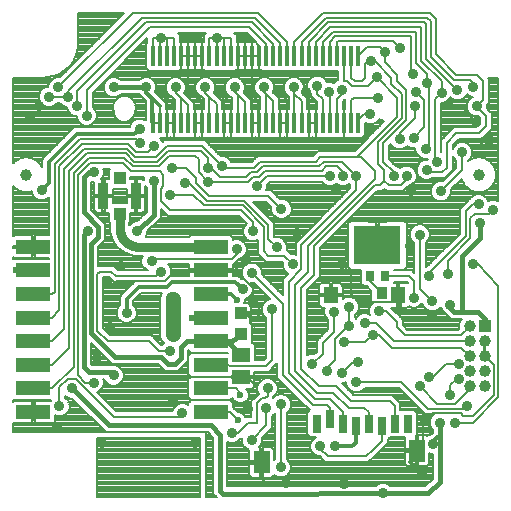
<source format=gbl>
G75*
%MOIN*%
%OFA0B0*%
%FSLAX25Y25*%
%IPPOS*%
%LPD*%
%AMOC8*
5,1,8,0,0,1.08239X$1,22.5*
%
%ADD10R,0.03346X0.08661*%
%ADD11R,0.03937X0.04134*%
%ADD12R,0.01378X0.06693*%
%ADD13R,0.15748X0.12598*%
%ADD14C,0.03969*%
%ADD15R,0.03969X0.03969*%
%ADD16C,0.03937*%
%ADD17R,0.02756X0.03543*%
%ADD18R,0.11811X0.04724*%
%ADD19R,0.05906X0.05118*%
%ADD20R,0.03937X0.04331*%
%ADD21C,0.02362*%
%ADD22R,0.03150X0.05906*%
%ADD23R,0.05512X0.07480*%
%ADD24R,0.05118X0.05512*%
%ADD25R,0.03740X0.03937*%
%ADD26C,0.03575*%
%ADD27C,0.00787*%
%ADD28C,0.01181*%
%ADD29C,0.01575*%
%ADD30C,0.05098*%
%ADD31C,0.05098*%
%ADD32C,0.03150*%
D10*
X0034232Y0109850D03*
X0045059Y0109850D03*
D11*
X0039646Y0115854D03*
X0039646Y0103846D03*
D12*
X0050669Y0134063D03*
X0053031Y0134063D03*
X0055394Y0134063D03*
X0057756Y0134063D03*
X0060118Y0134063D03*
X0062480Y0134063D03*
X0064843Y0134063D03*
X0067205Y0134063D03*
X0069567Y0134063D03*
X0071929Y0134063D03*
X0074291Y0134063D03*
X0076654Y0134063D03*
X0079016Y0134063D03*
X0081378Y0134063D03*
X0083740Y0134063D03*
X0086102Y0134063D03*
X0088465Y0134063D03*
X0090827Y0134063D03*
X0093189Y0134063D03*
X0095551Y0134063D03*
X0097913Y0134063D03*
X0100276Y0134063D03*
X0102638Y0134063D03*
X0105000Y0134063D03*
X0107362Y0134063D03*
X0109724Y0134063D03*
X0112087Y0134063D03*
X0114449Y0134063D03*
X0116811Y0134063D03*
X0119173Y0134063D03*
X0119173Y0156504D03*
X0116811Y0156504D03*
X0114449Y0156504D03*
X0112087Y0156504D03*
X0109724Y0156504D03*
X0107362Y0156504D03*
X0105000Y0156504D03*
X0102638Y0156504D03*
X0100276Y0156504D03*
X0097913Y0156504D03*
X0095551Y0156504D03*
X0093189Y0156504D03*
X0090827Y0156504D03*
X0088465Y0156504D03*
X0086102Y0156504D03*
X0083740Y0156504D03*
X0081378Y0156504D03*
X0079016Y0156504D03*
X0076654Y0156504D03*
X0074291Y0156504D03*
X0071929Y0156504D03*
X0069567Y0156504D03*
X0067205Y0156504D03*
X0064843Y0156504D03*
X0062480Y0156504D03*
X0060118Y0156504D03*
X0057756Y0156504D03*
X0055394Y0156504D03*
X0053031Y0156504D03*
X0050669Y0156504D03*
D13*
X0125551Y0093354D03*
D14*
X0156299Y0066465D03*
X0156299Y0061465D03*
X0161299Y0061465D03*
X0161299Y0056465D03*
X0156299Y0056465D03*
X0156299Y0051465D03*
X0161299Y0051465D03*
X0161299Y0046465D03*
X0156299Y0046465D03*
D15*
X0161299Y0066465D03*
D16*
X0159331Y0116937D03*
X0008543Y0116937D03*
D17*
X0123031Y0083079D03*
X0128150Y0083079D03*
D18*
X0069961Y0085047D03*
X0069961Y0077173D03*
X0069961Y0069299D03*
X0069961Y0061425D03*
X0069961Y0053551D03*
X0069961Y0045677D03*
X0069961Y0037803D03*
X0069961Y0092921D03*
X0010906Y0092921D03*
X0010906Y0085047D03*
X0010906Y0077173D03*
X0010906Y0069299D03*
X0010906Y0061425D03*
X0010906Y0053551D03*
X0010906Y0045677D03*
X0010906Y0037803D03*
D19*
X0080197Y0049417D03*
X0080197Y0056898D03*
D20*
X0080197Y0063984D03*
X0080197Y0070677D03*
D21*
X0078622Y0075205D03*
X0063661Y0069299D03*
X0079921Y0043472D03*
X0079016Y0035047D03*
X0005000Y0085047D03*
D22*
X0105315Y0033984D03*
X0109646Y0035559D03*
X0113976Y0033984D03*
X0118307Y0033197D03*
X0122638Y0033984D03*
X0126969Y0033197D03*
X0131299Y0033984D03*
X0135630Y0033984D03*
D23*
X0138740Y0024969D03*
X0086969Y0021031D03*
D24*
X0110000Y0076740D03*
X0132441Y0076740D03*
D25*
X0126969Y0077528D03*
D26*
X0126142Y0071425D03*
X0121339Y0067331D03*
X0124055Y0063591D03*
X0116024Y0066543D03*
X0114449Y0061031D03*
X0119094Y0054575D03*
X0113661Y0050795D03*
X0108622Y0051583D03*
X0103858Y0053709D03*
X0093425Y0040402D03*
X0088543Y0039142D03*
X0082283Y0038709D03*
X0088937Y0045677D03*
X0077047Y0030953D03*
X0083661Y0028512D03*
X0093386Y0019378D03*
X0095157Y0014181D03*
X0106575Y0026386D03*
X0111299Y0026386D03*
X0114449Y0013984D03*
X0127441Y0010677D03*
X0140433Y0017331D03*
X0144252Y0027173D03*
X0146339Y0034260D03*
X0151457Y0034260D03*
X0155394Y0039772D03*
X0149803Y0043433D03*
X0152677Y0048984D03*
X0152677Y0053906D03*
X0142795Y0049614D03*
X0139646Y0046465D03*
X0141142Y0035638D03*
X0118543Y0047803D03*
X0111181Y0071268D03*
X0116024Y0072843D03*
X0113661Y0087016D03*
X0098701Y0097646D03*
X0092047Y0092685D03*
X0097402Y0087016D03*
X0083740Y0084260D03*
X0081772Y0088591D03*
X0078622Y0092134D03*
X0084134Y0098039D03*
X0087677Y0106307D03*
X0085276Y0113000D03*
X0093583Y0105520D03*
X0109724Y0116543D03*
X0111693Y0111819D03*
X0114094Y0116543D03*
X0118504Y0116504D03*
X0130945Y0116504D03*
X0135315Y0116543D03*
X0136890Y0111425D03*
X0142008Y0118512D03*
X0145551Y0121268D03*
X0141614Y0125598D03*
X0137677Y0129142D03*
X0132953Y0128748D03*
X0123110Y0132291D03*
X0123150Y0137055D03*
X0125591Y0142528D03*
X0125276Y0149417D03*
X0123504Y0154732D03*
X0128031Y0157882D03*
X0133150Y0159063D03*
X0137283Y0150402D03*
X0142008Y0147646D03*
X0138465Y0144496D03*
X0138071Y0139850D03*
X0146929Y0144299D03*
X0149094Y0140165D03*
X0152244Y0145087D03*
X0157559Y0146268D03*
X0158740Y0139772D03*
X0158543Y0134654D03*
X0162874Y0128354D03*
X0153819Y0124417D03*
X0146732Y0111425D03*
X0159331Y0107094D03*
X0164055Y0105126D03*
X0159724Y0100795D03*
X0157362Y0087016D03*
X0149094Y0083866D03*
X0142795Y0083079D03*
X0137677Y0075992D03*
X0143878Y0074713D03*
X0143740Y0070244D03*
X0149882Y0073630D03*
X0136378Y0093118D03*
X0139685Y0096976D03*
X0109331Y0144417D03*
X0105551Y0146622D03*
X0101772Y0144339D03*
X0097717Y0146071D03*
X0092795Y0144496D03*
X0087874Y0146071D03*
X0082953Y0144496D03*
X0078031Y0146071D03*
X0073110Y0144496D03*
X0068189Y0146071D03*
X0063268Y0144496D03*
X0058346Y0146071D03*
X0053425Y0144496D03*
X0048504Y0146071D03*
X0037677Y0146071D03*
X0028622Y0136622D03*
X0025472Y0139772D03*
X0022323Y0142921D03*
X0019173Y0146071D03*
X0016024Y0142921D03*
X0012874Y0139772D03*
X0009724Y0136622D03*
X0030984Y0117724D03*
X0046339Y0127567D03*
X0046339Y0132291D03*
X0051063Y0126386D03*
X0056969Y0119299D03*
X0061299Y0114181D03*
X0056575Y0110244D03*
X0051063Y0114969D03*
X0045551Y0098039D03*
X0050276Y0088197D03*
X0053425Y0084654D03*
X0040039Y0086622D03*
X0035315Y0081504D03*
X0042008Y0070874D03*
X0036496Y0066150D03*
X0032165Y0055913D03*
X0037677Y0050008D03*
X0030984Y0047646D03*
X0023898Y0045677D03*
X0019567Y0039772D03*
X0018780Y0032685D03*
X0033740Y0027567D03*
X0057362Y0042134D03*
X0060512Y0037409D03*
X0064843Y0027567D03*
X0056575Y0058276D03*
X0080591Y0078748D03*
X0084134Y0074024D03*
X0090433Y0072055D03*
X0069173Y0085047D03*
X0069173Y0114575D03*
X0069173Y0119299D03*
X0073898Y0119693D03*
X0113661Y0145323D03*
X0080984Y0162606D03*
X0072126Y0162606D03*
X0063268Y0162606D03*
X0053425Y0162606D03*
X0013661Y0111819D03*
X0029016Y0098039D03*
X0007756Y0092921D03*
D27*
X0004213Y0034286D02*
X0004213Y0031110D01*
X0068386Y0031110D01*
X0068386Y0009457D01*
X0071935Y0009457D01*
X0070827Y0010565D01*
X0070827Y0029305D01*
X0069022Y0031110D01*
X0035124Y0031110D01*
X0033740Y0032494D01*
X0023919Y0042315D01*
X0023229Y0042315D01*
X0021993Y0042827D01*
X0021535Y0043285D01*
X0021535Y0042558D01*
X0022417Y0041676D01*
X0022929Y0040440D01*
X0022929Y0039103D01*
X0022417Y0037867D01*
X0021471Y0036921D01*
X0020236Y0036409D01*
X0018898Y0036409D01*
X0018205Y0036697D01*
X0018205Y0035257D01*
X0018110Y0034903D01*
X0017926Y0034585D01*
X0017667Y0034326D01*
X0017349Y0034142D01*
X0016995Y0034047D01*
X0011299Y0034047D01*
X0011299Y0037409D01*
X0010512Y0037409D01*
X0010512Y0034047D01*
X0004817Y0034047D01*
X0004462Y0034142D01*
X0004213Y0034286D01*
X0004213Y0034209D02*
X0004346Y0034209D01*
X0004213Y0033423D02*
X0032811Y0033423D01*
X0033597Y0032637D02*
X0004213Y0032637D01*
X0004213Y0031851D02*
X0034383Y0031851D01*
X0032025Y0034209D02*
X0017465Y0034209D01*
X0018134Y0034995D02*
X0031239Y0034995D01*
X0030453Y0035781D02*
X0018205Y0035781D01*
X0018205Y0036567D02*
X0018518Y0036567D01*
X0020616Y0036567D02*
X0029667Y0036567D01*
X0028881Y0037353D02*
X0021903Y0037353D01*
X0022530Y0038139D02*
X0028095Y0038139D01*
X0027309Y0038925D02*
X0022855Y0038925D01*
X0022929Y0039711D02*
X0026524Y0039711D01*
X0025738Y0040497D02*
X0022906Y0040497D01*
X0022580Y0041282D02*
X0024952Y0041282D01*
X0024166Y0042068D02*
X0022025Y0042068D01*
X0021966Y0042854D02*
X0021535Y0042854D01*
X0019567Y0039772D02*
X0019567Y0046071D01*
X0022323Y0048827D01*
X0025079Y0048827D01*
X0037677Y0036228D01*
X0059331Y0036228D01*
X0060512Y0037409D01*
X0058058Y0039711D02*
X0036979Y0039711D01*
X0036193Y0040497D02*
X0059179Y0040497D01*
X0058607Y0040260D02*
X0057661Y0039314D01*
X0057199Y0038197D01*
X0038493Y0038197D01*
X0032185Y0044504D01*
X0032889Y0044795D01*
X0033835Y0045741D01*
X0034346Y0046977D01*
X0034346Y0048314D01*
X0034134Y0048827D01*
X0034527Y0048827D01*
X0034827Y0048103D01*
X0035773Y0047158D01*
X0037008Y0046646D01*
X0038346Y0046646D01*
X0039582Y0047158D01*
X0040527Y0048103D01*
X0041039Y0049339D01*
X0041039Y0050677D01*
X0040527Y0051912D01*
X0039582Y0052858D01*
X0038346Y0053370D01*
X0037656Y0053370D01*
X0037475Y0053551D01*
X0030388Y0053551D01*
X0030197Y0053742D01*
X0030197Y0060840D01*
X0037092Y0053945D01*
X0052447Y0053945D01*
X0054809Y0051583D01*
X0059128Y0051583D01*
X0060512Y0052966D01*
X0060512Y0052966D01*
X0061097Y0053551D01*
X0062480Y0054935D01*
X0062480Y0058478D01*
X0062480Y0058478D01*
X0062480Y0058411D01*
X0063403Y0057488D01*
X0062480Y0056566D01*
X0062480Y0050537D01*
X0063403Y0049614D01*
X0062480Y0048692D01*
X0062480Y0042663D01*
X0063403Y0041740D01*
X0076518Y0041740D01*
X0063403Y0041740D01*
X0062480Y0040818D01*
X0062480Y0040196D01*
X0062416Y0040260D01*
X0061181Y0040772D01*
X0059843Y0040772D01*
X0058607Y0040260D01*
X0057500Y0038925D02*
X0037765Y0038925D01*
X0035407Y0041282D02*
X0062945Y0041282D01*
X0063075Y0042068D02*
X0034621Y0042068D01*
X0033835Y0042854D02*
X0062480Y0042854D01*
X0062480Y0043640D02*
X0033049Y0043640D01*
X0032263Y0044426D02*
X0062480Y0044426D01*
X0062480Y0045212D02*
X0033305Y0045212D01*
X0033941Y0045998D02*
X0062480Y0045998D01*
X0062480Y0046784D02*
X0038680Y0046784D01*
X0039994Y0047570D02*
X0062480Y0047570D01*
X0062480Y0048356D02*
X0040632Y0048356D01*
X0040958Y0049142D02*
X0062930Y0049142D01*
X0063403Y0049614D02*
X0076518Y0049614D01*
X0077109Y0049024D01*
X0079803Y0049024D01*
X0079803Y0049811D01*
X0076715Y0049811D01*
X0076518Y0049614D01*
X0063403Y0049614D01*
X0063089Y0049927D02*
X0041039Y0049927D01*
X0041024Y0050713D02*
X0062480Y0050713D01*
X0062480Y0051499D02*
X0040699Y0051499D01*
X0040155Y0052285D02*
X0054106Y0052285D01*
X0053320Y0053071D02*
X0039068Y0053071D01*
X0036394Y0054643D02*
X0030197Y0054643D01*
X0030197Y0055429D02*
X0035608Y0055429D01*
X0034822Y0056215D02*
X0030197Y0056215D01*
X0030197Y0057001D02*
X0034037Y0057001D01*
X0033251Y0057787D02*
X0030197Y0057787D01*
X0030197Y0058573D02*
X0032465Y0058573D01*
X0031679Y0059358D02*
X0030197Y0059358D01*
X0030197Y0060144D02*
X0030893Y0060144D01*
X0035709Y0061425D02*
X0032165Y0064969D01*
X0032165Y0083866D01*
X0032953Y0084654D01*
X0036890Y0084654D01*
X0038465Y0083079D01*
X0051850Y0083079D01*
X0053425Y0084654D01*
X0055818Y0087016D02*
X0062661Y0087016D01*
X0062661Y0085441D01*
X0069567Y0085441D01*
X0069567Y0084654D01*
X0062661Y0084654D01*
X0062661Y0083276D01*
X0056494Y0083276D01*
X0056787Y0083985D01*
X0056787Y0085322D01*
X0056276Y0086558D01*
X0055818Y0087016D01*
X0055968Y0086865D02*
X0062661Y0086865D01*
X0062661Y0086079D02*
X0056474Y0086079D01*
X0056787Y0085294D02*
X0069567Y0085294D01*
X0069173Y0085047D02*
X0058150Y0085047D01*
X0054606Y0081504D01*
X0038858Y0081504D01*
X0037283Y0079929D01*
X0036102Y0079929D01*
X0035315Y0080717D01*
X0035315Y0081504D01*
X0034134Y0081364D02*
X0037395Y0081364D01*
X0037649Y0081110D02*
X0044457Y0081110D01*
X0041111Y0077764D01*
X0039843Y0076495D01*
X0039843Y0073464D01*
X0039158Y0072779D01*
X0038646Y0071543D01*
X0038646Y0070205D01*
X0039158Y0068969D01*
X0040103Y0068024D01*
X0041339Y0067512D01*
X0042677Y0067512D01*
X0043912Y0068024D01*
X0044858Y0068969D01*
X0045370Y0070205D01*
X0045370Y0071543D01*
X0044858Y0072779D01*
X0044173Y0073464D01*
X0044173Y0074702D01*
X0046842Y0077370D01*
X0053632Y0077370D01*
X0053238Y0076419D01*
X0053238Y0062967D01*
X0053866Y0061451D01*
X0054431Y0060887D01*
X0053788Y0060244D01*
X0053453Y0060244D01*
X0051457Y0062241D01*
X0050304Y0063394D01*
X0036524Y0063394D01*
X0034134Y0065784D01*
X0034134Y0082685D01*
X0036074Y0082685D01*
X0037649Y0081110D01*
X0036609Y0082150D02*
X0034134Y0082150D01*
X0034134Y0080578D02*
X0043925Y0080578D01*
X0043139Y0079792D02*
X0034134Y0079792D01*
X0034134Y0079006D02*
X0042353Y0079006D01*
X0041568Y0078220D02*
X0034134Y0078220D01*
X0034134Y0077434D02*
X0040782Y0077434D01*
X0039996Y0076649D02*
X0034134Y0076649D01*
X0034134Y0075863D02*
X0039843Y0075863D01*
X0039843Y0075077D02*
X0034134Y0075077D01*
X0034134Y0074291D02*
X0039843Y0074291D01*
X0039843Y0073505D02*
X0034134Y0073505D01*
X0034134Y0072719D02*
X0039133Y0072719D01*
X0038807Y0071933D02*
X0034134Y0071933D01*
X0034134Y0071147D02*
X0038646Y0071147D01*
X0038646Y0070361D02*
X0034134Y0070361D01*
X0034134Y0069575D02*
X0038907Y0069575D01*
X0039338Y0068789D02*
X0034134Y0068789D01*
X0034134Y0068003D02*
X0040152Y0068003D01*
X0043864Y0068003D02*
X0053238Y0068003D01*
X0053238Y0067218D02*
X0034134Y0067218D01*
X0034134Y0066432D02*
X0053238Y0066432D01*
X0053238Y0065646D02*
X0034272Y0065646D01*
X0035058Y0064860D02*
X0053238Y0064860D01*
X0053238Y0064074D02*
X0035844Y0064074D01*
X0035709Y0061425D02*
X0049488Y0061425D01*
X0052638Y0058276D01*
X0056575Y0058276D01*
X0054387Y0060930D02*
X0052767Y0060930D01*
X0051981Y0061716D02*
X0053756Y0061716D01*
X0053431Y0062502D02*
X0051195Y0062502D01*
X0050409Y0063288D02*
X0053238Y0063288D01*
X0053238Y0068789D02*
X0044678Y0068789D01*
X0045109Y0069575D02*
X0053238Y0069575D01*
X0053238Y0070361D02*
X0045370Y0070361D01*
X0045370Y0071147D02*
X0053238Y0071147D01*
X0053238Y0071933D02*
X0045208Y0071933D01*
X0044883Y0072719D02*
X0053238Y0072719D01*
X0053238Y0073505D02*
X0044173Y0073505D01*
X0044173Y0074291D02*
X0053238Y0074291D01*
X0053238Y0075077D02*
X0044548Y0075077D01*
X0045334Y0075863D02*
X0053238Y0075863D01*
X0053333Y0076649D02*
X0046120Y0076649D01*
X0049094Y0085047D02*
X0039280Y0085047D01*
X0038858Y0085469D01*
X0037705Y0086622D01*
X0032559Y0086622D01*
X0032559Y0092730D01*
X0034921Y0095092D01*
X0034921Y0100593D01*
X0033538Y0101976D01*
X0030197Y0105317D01*
X0030197Y0114411D01*
X0030315Y0114362D01*
X0031165Y0114362D01*
X0031165Y0110244D01*
X0033839Y0110244D01*
X0033839Y0115575D01*
X0033589Y0115575D01*
X0033835Y0115820D01*
X0034346Y0117056D01*
X0034346Y0118393D01*
X0034134Y0118906D01*
X0036434Y0118906D01*
X0036102Y0118574D01*
X0036102Y0115571D01*
X0036089Y0115575D01*
X0034626Y0115575D01*
X0034626Y0110244D01*
X0037299Y0110244D01*
X0037299Y0112213D01*
X0041992Y0112213D01*
X0041992Y0110244D01*
X0044665Y0110244D01*
X0044665Y0109457D01*
X0041992Y0109457D01*
X0041992Y0107488D01*
X0037299Y0107488D01*
X0037299Y0109457D01*
X0034626Y0109457D01*
X0034626Y0110244D01*
X0033839Y0110244D01*
X0033839Y0109457D01*
X0034626Y0109457D01*
X0034626Y0104126D01*
X0036089Y0104126D01*
X0036102Y0104130D01*
X0036102Y0101127D01*
X0036496Y0100734D01*
X0036496Y0097724D01*
X0037421Y0094877D01*
X0039180Y0092456D01*
X0041602Y0090697D01*
X0041602Y0090697D01*
X0044448Y0089772D01*
X0047289Y0089772D01*
X0046913Y0088866D01*
X0046913Y0087528D01*
X0047425Y0086292D01*
X0048371Y0085347D01*
X0049094Y0085047D01*
X0048499Y0085294D02*
X0039034Y0085294D01*
X0038248Y0086079D02*
X0047638Y0086079D01*
X0047188Y0086865D02*
X0032559Y0086865D01*
X0032559Y0087651D02*
X0046913Y0087651D01*
X0046913Y0088437D02*
X0032559Y0088437D01*
X0032559Y0089223D02*
X0047061Y0089223D01*
X0050276Y0088197D02*
X0051063Y0088984D01*
X0077047Y0088984D01*
X0078622Y0090559D01*
X0078622Y0092134D01*
X0079850Y0089003D02*
X0080527Y0089284D01*
X0081472Y0090229D01*
X0081984Y0091465D01*
X0081984Y0092803D01*
X0081472Y0094038D01*
X0080527Y0094984D01*
X0079291Y0095496D01*
X0077953Y0095496D01*
X0077441Y0095284D01*
X0077441Y0095936D01*
X0076518Y0096858D01*
X0063403Y0096858D01*
X0062615Y0096071D01*
X0048338Y0096071D01*
X0048402Y0096135D01*
X0048913Y0097371D01*
X0048913Y0098061D01*
X0053425Y0102573D01*
X0053425Y0105492D01*
X0055759Y0103157D01*
X0079381Y0103157D01*
X0081939Y0100600D01*
X0081284Y0099944D01*
X0080772Y0098708D01*
X0080772Y0097371D01*
X0081284Y0096135D01*
X0082229Y0095189D01*
X0083465Y0094677D01*
X0084803Y0094677D01*
X0085709Y0095052D01*
X0085709Y0090531D01*
X0087165Y0089074D01*
X0088318Y0087921D01*
X0093712Y0087921D01*
X0094039Y0087594D01*
X0094039Y0086347D01*
X0094551Y0085111D01*
X0095497Y0084165D01*
X0095922Y0083989D01*
X0095169Y0083236D01*
X0094016Y0082083D01*
X0094016Y0076768D01*
X0087102Y0083682D01*
X0087102Y0084929D01*
X0086590Y0086164D01*
X0085645Y0087110D01*
X0084409Y0087622D01*
X0083071Y0087622D01*
X0081836Y0087110D01*
X0080890Y0086164D01*
X0080378Y0084929D01*
X0080378Y0083591D01*
X0080890Y0082355D01*
X0081135Y0082110D01*
X0080291Y0082110D01*
X0079125Y0083276D01*
X0077260Y0083276D01*
X0077260Y0084654D01*
X0070354Y0084654D01*
X0070354Y0085441D01*
X0077260Y0085441D01*
X0077260Y0087016D01*
X0077863Y0087016D01*
X0079850Y0089003D01*
X0080381Y0089223D02*
X0087017Y0089223D01*
X0087803Y0088437D02*
X0079284Y0088437D01*
X0078498Y0087651D02*
X0093982Y0087651D01*
X0094039Y0086865D02*
X0085889Y0086865D01*
X0086626Y0086079D02*
X0094150Y0086079D01*
X0094476Y0085294D02*
X0086951Y0085294D01*
X0087102Y0084508D02*
X0095155Y0084508D01*
X0095654Y0083722D02*
X0087102Y0083722D01*
X0087848Y0082936D02*
X0094868Y0082936D01*
X0094083Y0082150D02*
X0088634Y0082150D01*
X0089420Y0081364D02*
X0094016Y0081364D01*
X0094016Y0080578D02*
X0090206Y0080578D01*
X0090992Y0079792D02*
X0094016Y0079792D01*
X0094016Y0079006D02*
X0091778Y0079006D01*
X0092564Y0078220D02*
X0094016Y0078220D01*
X0094016Y0077434D02*
X0093349Y0077434D01*
X0094173Y0073827D02*
X0083740Y0084260D01*
X0081591Y0086865D02*
X0077260Y0086865D01*
X0077260Y0086079D02*
X0080855Y0086079D01*
X0080529Y0085294D02*
X0070354Y0085294D01*
X0069173Y0085047D02*
X0078228Y0085047D01*
X0084134Y0079142D01*
X0084134Y0074024D01*
X0084252Y0073906D01*
X0083464Y0073380D02*
X0083281Y0073698D01*
X0083021Y0073958D01*
X0082703Y0074141D01*
X0082349Y0074236D01*
X0081204Y0074236D01*
X0081378Y0074657D01*
X0081378Y0075435D01*
X0082495Y0075898D01*
X0083441Y0076843D01*
X0083953Y0078079D01*
X0083953Y0079417D01*
X0083441Y0080653D01*
X0083196Y0080898D01*
X0084318Y0080898D01*
X0089799Y0075417D01*
X0089764Y0075417D01*
X0088529Y0074905D01*
X0087583Y0073960D01*
X0087071Y0072724D01*
X0087071Y0071386D01*
X0087583Y0070151D01*
X0088465Y0069269D01*
X0088465Y0055941D01*
X0087649Y0055126D01*
X0084724Y0055126D01*
X0084724Y0060109D01*
X0083802Y0061031D01*
X0083605Y0061031D01*
X0083740Y0061167D01*
X0083740Y0066802D01*
X0083083Y0067459D01*
X0083281Y0067656D01*
X0083464Y0067974D01*
X0083559Y0068328D01*
X0083559Y0070283D01*
X0080591Y0070283D01*
X0080591Y0071071D01*
X0083559Y0071071D01*
X0083559Y0073026D01*
X0083464Y0073380D01*
X0083392Y0073505D02*
X0087394Y0073505D01*
X0087071Y0072719D02*
X0083559Y0072719D01*
X0083559Y0071933D02*
X0087071Y0071933D01*
X0087170Y0071147D02*
X0083559Y0071147D01*
X0083559Y0069575D02*
X0088158Y0069575D01*
X0088465Y0068789D02*
X0083559Y0068789D01*
X0083472Y0068003D02*
X0088465Y0068003D01*
X0088465Y0067218D02*
X0083324Y0067218D01*
X0082953Y0067724D02*
X0084646Y0066031D01*
X0083740Y0065646D02*
X0088465Y0065646D01*
X0088465Y0066432D02*
X0083740Y0066432D01*
X0082953Y0067724D02*
X0082953Y0069299D01*
X0085217Y0069299D01*
X0086122Y0070205D01*
X0086122Y0072429D01*
X0087495Y0070361D02*
X0080591Y0070361D01*
X0080197Y0070677D02*
X0081575Y0070677D01*
X0082953Y0069299D01*
X0083740Y0064860D02*
X0088465Y0064860D01*
X0088465Y0064074D02*
X0083740Y0064074D01*
X0083740Y0063288D02*
X0088465Y0063288D01*
X0088465Y0062502D02*
X0083740Y0062502D01*
X0083740Y0061716D02*
X0088465Y0061716D01*
X0088465Y0060930D02*
X0083903Y0060930D01*
X0084689Y0060144D02*
X0088465Y0060144D01*
X0088465Y0059358D02*
X0084724Y0059358D01*
X0084724Y0058573D02*
X0088465Y0058573D01*
X0088465Y0057787D02*
X0084724Y0057787D01*
X0084724Y0057001D02*
X0088465Y0057001D01*
X0088465Y0056215D02*
X0084724Y0056215D01*
X0084724Y0055429D02*
X0087952Y0055429D01*
X0088465Y0053157D02*
X0090433Y0055126D01*
X0090433Y0072055D01*
X0087914Y0074291D02*
X0081226Y0074291D01*
X0081378Y0075077D02*
X0088942Y0075077D01*
X0089353Y0075863D02*
X0082410Y0075863D01*
X0083246Y0076649D02*
X0088568Y0076649D01*
X0087782Y0077434D02*
X0083686Y0077434D01*
X0083953Y0078220D02*
X0086996Y0078220D01*
X0086210Y0079006D02*
X0083953Y0079006D01*
X0083797Y0079792D02*
X0085424Y0079792D01*
X0084638Y0080578D02*
X0083472Y0080578D01*
X0081095Y0082150D02*
X0080251Y0082150D01*
X0080649Y0082936D02*
X0079465Y0082936D01*
X0080378Y0083722D02*
X0077260Y0083722D01*
X0077260Y0084508D02*
X0080378Y0084508D01*
X0078228Y0085047D02*
X0081772Y0088591D01*
X0081252Y0090009D02*
X0086231Y0090009D01*
X0085709Y0090795D02*
X0081707Y0090795D01*
X0081984Y0091581D02*
X0085709Y0091581D01*
X0085709Y0092367D02*
X0081984Y0092367D01*
X0081839Y0093153D02*
X0085709Y0093153D01*
X0085709Y0093939D02*
X0081514Y0093939D01*
X0080786Y0094725D02*
X0083351Y0094725D01*
X0084917Y0094725D02*
X0085709Y0094725D01*
X0089252Y0095480D02*
X0089252Y0100008D01*
X0080984Y0108276D01*
X0068780Y0108276D01*
X0062874Y0114181D01*
X0061299Y0114181D01*
X0065236Y0114181D02*
X0069567Y0109850D01*
X0089252Y0109850D01*
X0093583Y0105520D01*
X0096187Y0103370D02*
X0107468Y0103370D01*
X0108253Y0104155D02*
X0096657Y0104155D01*
X0096433Y0103615D02*
X0096945Y0104851D01*
X0096945Y0106188D01*
X0096433Y0107424D01*
X0095487Y0108370D01*
X0094251Y0108882D01*
X0093004Y0108882D01*
X0090067Y0111819D01*
X0088426Y0111819D01*
X0088638Y0112331D01*
X0088638Y0113539D01*
X0089674Y0114575D01*
X0106938Y0114575D01*
X0107820Y0113693D01*
X0109056Y0113181D01*
X0110393Y0113181D01*
X0111629Y0113693D01*
X0111909Y0113973D01*
X0112190Y0113693D01*
X0113426Y0113181D01*
X0114763Y0113181D01*
X0115999Y0113693D01*
X0116280Y0113973D01*
X0116575Y0113678D01*
X0116575Y0112477D01*
X0099421Y0095323D01*
X0098268Y0094170D01*
X0098268Y0090296D01*
X0098070Y0090378D01*
X0096823Y0090378D01*
X0095344Y0091858D01*
X0095409Y0092016D01*
X0095409Y0093354D01*
X0094898Y0094590D01*
X0093952Y0095535D01*
X0092716Y0096047D01*
X0091469Y0096047D01*
X0091220Y0096296D01*
X0091220Y0100823D01*
X0090067Y0101976D01*
X0084162Y0107882D01*
X0088437Y0107882D01*
X0090220Y0106098D01*
X0090220Y0104851D01*
X0090732Y0103615D01*
X0091678Y0102669D01*
X0092914Y0102157D01*
X0094251Y0102157D01*
X0095487Y0102669D01*
X0096433Y0103615D01*
X0096945Y0104941D02*
X0109039Y0104941D01*
X0109825Y0105727D02*
X0096945Y0105727D01*
X0096810Y0106513D02*
X0110611Y0106513D01*
X0111397Y0107299D02*
X0096485Y0107299D01*
X0095772Y0108085D02*
X0112183Y0108085D01*
X0112969Y0108871D02*
X0094278Y0108871D01*
X0092229Y0109657D02*
X0113755Y0109657D01*
X0114541Y0110443D02*
X0091443Y0110443D01*
X0090658Y0111229D02*
X0115327Y0111229D01*
X0116113Y0112015D02*
X0088507Y0112015D01*
X0088638Y0112801D02*
X0116575Y0112801D01*
X0116575Y0113586D02*
X0115742Y0113586D01*
X0114094Y0116543D02*
X0114094Y0117685D01*
X0112087Y0119693D01*
X0108543Y0119693D01*
X0106969Y0118118D01*
X0088071Y0118118D01*
X0086102Y0116150D01*
X0084134Y0116150D01*
X0082559Y0114575D01*
X0069173Y0114575D01*
X0066024Y0117724D01*
X0066024Y0122055D01*
X0064843Y0123236D01*
X0056181Y0123236D01*
X0052638Y0119693D01*
X0043976Y0119693D01*
X0041220Y0122449D01*
X0029409Y0122449D01*
X0024291Y0117331D01*
X0024291Y0052764D01*
X0017205Y0045677D01*
X0010906Y0045677D01*
X0011299Y0041559D02*
X0016668Y0041559D01*
X0016717Y0041676D01*
X0016781Y0041740D01*
X0004348Y0041740D01*
X0004213Y0041875D01*
X0004213Y0041320D01*
X0004462Y0041464D01*
X0004817Y0041559D01*
X0010512Y0041559D01*
X0010512Y0038197D01*
X0011299Y0038197D01*
X0011299Y0041559D01*
X0011299Y0041282D02*
X0010512Y0041282D01*
X0010512Y0040497D02*
X0011299Y0040497D01*
X0011299Y0039711D02*
X0010512Y0039711D01*
X0010512Y0038925D02*
X0011299Y0038925D01*
X0011299Y0037353D02*
X0010512Y0037353D01*
X0010512Y0036567D02*
X0011299Y0036567D01*
X0011299Y0035781D02*
X0010512Y0035781D01*
X0010512Y0034995D02*
X0011299Y0034995D01*
X0011299Y0034209D02*
X0010512Y0034209D01*
X0025866Y0050008D02*
X0028228Y0047646D01*
X0030984Y0047646D01*
X0034346Y0047570D02*
X0035360Y0047570D01*
X0034722Y0048356D02*
X0034329Y0048356D01*
X0034266Y0046784D02*
X0036675Y0046784D01*
X0030197Y0053857D02*
X0052535Y0053857D01*
X0059831Y0052285D02*
X0062480Y0052285D01*
X0062480Y0053071D02*
X0060617Y0053071D01*
X0061402Y0053857D02*
X0062480Y0053857D01*
X0062480Y0054643D02*
X0062188Y0054643D01*
X0062480Y0055429D02*
X0062480Y0055429D01*
X0062480Y0056215D02*
X0062480Y0056215D01*
X0062480Y0057001D02*
X0062915Y0057001D01*
X0063403Y0057488D02*
X0075669Y0057488D01*
X0075669Y0057488D01*
X0063403Y0057488D01*
X0063104Y0057787D02*
X0062480Y0057787D01*
X0069961Y0053551D02*
X0075866Y0053551D01*
X0076260Y0053157D01*
X0088465Y0053157D01*
X0089590Y0051499D02*
X0092205Y0051499D01*
X0092205Y0050713D02*
X0084543Y0050713D01*
X0084543Y0051189D02*
X0089280Y0051189D01*
X0091248Y0053157D01*
X0092205Y0054114D01*
X0092205Y0049232D01*
X0100787Y0040649D01*
X0100787Y0040610D01*
X0102047Y0039350D01*
X0102987Y0038411D01*
X0102165Y0037589D01*
X0102165Y0030379D01*
X0103088Y0029457D01*
X0105203Y0029457D01*
X0104670Y0029236D01*
X0103724Y0028290D01*
X0103213Y0027055D01*
X0103213Y0025717D01*
X0103724Y0024481D01*
X0104670Y0023535D01*
X0105906Y0023024D01*
X0106287Y0023024D01*
X0107087Y0022224D01*
X0108240Y0021071D01*
X0122508Y0021071D01*
X0123493Y0022055D01*
X0123493Y0022055D01*
X0124083Y0022646D01*
X0128937Y0027500D01*
X0128937Y0028669D01*
X0129196Y0028669D01*
X0129983Y0029457D01*
X0134807Y0029457D01*
X0134686Y0029247D01*
X0134591Y0028892D01*
X0134591Y0025362D01*
X0138346Y0025362D01*
X0138346Y0024575D01*
X0134591Y0024575D01*
X0134591Y0021045D01*
X0134686Y0020690D01*
X0134869Y0020373D01*
X0135128Y0020113D01*
X0135446Y0019930D01*
X0135801Y0019835D01*
X0138346Y0019835D01*
X0138346Y0024575D01*
X0139134Y0024575D01*
X0139134Y0019835D01*
X0141680Y0019835D01*
X0142034Y0019930D01*
X0142352Y0020113D01*
X0142611Y0020373D01*
X0142795Y0020690D01*
X0142890Y0021045D01*
X0142890Y0024098D01*
X0143583Y0023811D01*
X0143976Y0023811D01*
X0143976Y0015553D01*
X0141462Y0013039D01*
X0129834Y0013039D01*
X0129345Y0013527D01*
X0128110Y0014039D01*
X0126772Y0014039D01*
X0125536Y0013527D01*
X0125046Y0013037D01*
X0084127Y0013000D01*
X0075551Y0013000D01*
X0075551Y0027933D01*
X0076378Y0027591D01*
X0077716Y0027591D01*
X0078952Y0028102D01*
X0079834Y0028984D01*
X0080067Y0028984D01*
X0080324Y0029241D01*
X0080299Y0029181D01*
X0080299Y0027843D01*
X0080811Y0026607D01*
X0081757Y0025661D01*
X0082883Y0025195D01*
X0082819Y0024955D01*
X0082819Y0021425D01*
X0086575Y0021425D01*
X0086575Y0020638D01*
X0087362Y0020638D01*
X0087362Y0015898D01*
X0089908Y0015898D01*
X0090262Y0015993D01*
X0090580Y0016176D01*
X0090840Y0016436D01*
X0091023Y0016753D01*
X0091072Y0016937D01*
X0091481Y0016528D01*
X0092717Y0016016D01*
X0094055Y0016016D01*
X0095290Y0016528D01*
X0096236Y0017473D01*
X0096748Y0018709D01*
X0096748Y0020047D01*
X0096236Y0021282D01*
X0095394Y0022125D01*
X0095394Y0037615D01*
X0096276Y0038497D01*
X0096787Y0039733D01*
X0096787Y0041070D01*
X0096276Y0042306D01*
X0095330Y0043252D01*
X0094094Y0043764D01*
X0092756Y0043764D01*
X0091521Y0043252D01*
X0090905Y0042637D01*
X0090905Y0042891D01*
X0091787Y0043773D01*
X0092299Y0045008D01*
X0092299Y0046346D01*
X0091787Y0047582D01*
X0090842Y0048527D01*
X0089606Y0049039D01*
X0088268Y0049039D01*
X0087032Y0048527D01*
X0086087Y0047582D01*
X0085575Y0046346D01*
X0085575Y0045008D01*
X0086010Y0043959D01*
X0084696Y0042646D01*
X0083543Y0041493D01*
X0083543Y0036228D01*
X0081744Y0036228D01*
X0081578Y0036063D01*
X0081352Y0036608D01*
X0080577Y0037384D01*
X0079564Y0037803D01*
X0079044Y0037803D01*
X0077441Y0039406D01*
X0077441Y0040818D01*
X0076518Y0041740D01*
X0077323Y0042544D01*
X0077585Y0041911D01*
X0078360Y0041136D01*
X0079373Y0040717D01*
X0080469Y0040717D01*
X0081482Y0041136D01*
X0082258Y0041911D01*
X0082677Y0042924D01*
X0082677Y0044021D01*
X0082258Y0045034D01*
X0081827Y0045465D01*
X0083333Y0045465D01*
X0083688Y0045560D01*
X0084005Y0045743D01*
X0084265Y0046003D01*
X0084448Y0046320D01*
X0084543Y0046675D01*
X0084543Y0049024D01*
X0080591Y0049024D01*
X0080591Y0049811D01*
X0084543Y0049811D01*
X0084543Y0051189D01*
X0084543Y0049927D02*
X0092205Y0049927D01*
X0092295Y0049142D02*
X0080591Y0049142D01*
X0080197Y0049417D02*
X0082047Y0049417D01*
X0085354Y0046110D01*
X0085354Y0043354D01*
X0082283Y0040283D01*
X0082283Y0038709D01*
X0083543Y0038925D02*
X0077922Y0038925D01*
X0077441Y0039711D02*
X0083543Y0039711D01*
X0083543Y0040497D02*
X0077441Y0040497D01*
X0076976Y0041282D02*
X0078214Y0041282D01*
X0077520Y0042068D02*
X0076847Y0042068D01*
X0079921Y0043472D02*
X0079921Y0044063D01*
X0078307Y0045677D01*
X0069961Y0045677D01*
X0076991Y0049142D02*
X0079803Y0049142D01*
X0084543Y0048356D02*
X0086861Y0048356D01*
X0086082Y0047570D02*
X0084543Y0047570D01*
X0084543Y0046784D02*
X0085756Y0046784D01*
X0085575Y0045998D02*
X0084260Y0045998D01*
X0085575Y0045212D02*
X0082079Y0045212D01*
X0082509Y0044426D02*
X0085816Y0044426D01*
X0085691Y0043640D02*
X0082677Y0043640D01*
X0082648Y0042854D02*
X0084905Y0042854D01*
X0084119Y0042068D02*
X0082323Y0042068D01*
X0081629Y0041282D02*
X0083543Y0041282D01*
X0085512Y0040677D02*
X0085512Y0034339D01*
X0085433Y0034260D01*
X0082559Y0034260D01*
X0079252Y0030953D01*
X0077047Y0030953D01*
X0075578Y0027922D02*
X0075551Y0027922D01*
X0075551Y0027136D02*
X0080592Y0027136D01*
X0080299Y0027922D02*
X0078516Y0027922D01*
X0079557Y0028708D02*
X0080299Y0028708D01*
X0081068Y0026350D02*
X0075551Y0026350D01*
X0075551Y0025564D02*
X0081992Y0025564D01*
X0082819Y0024778D02*
X0075551Y0024778D01*
X0075551Y0023992D02*
X0082819Y0023992D01*
X0082819Y0023206D02*
X0075551Y0023206D01*
X0075551Y0022421D02*
X0082819Y0022421D01*
X0082819Y0021635D02*
X0075551Y0021635D01*
X0075551Y0020849D02*
X0086575Y0020849D01*
X0086575Y0020638D02*
X0082819Y0020638D01*
X0082819Y0017108D01*
X0082914Y0016753D01*
X0083097Y0016436D01*
X0083357Y0016176D01*
X0083675Y0015993D01*
X0084029Y0015898D01*
X0086575Y0015898D01*
X0086575Y0020638D01*
X0086575Y0020063D02*
X0087362Y0020063D01*
X0087362Y0019277D02*
X0086575Y0019277D01*
X0086575Y0018491D02*
X0087362Y0018491D01*
X0087362Y0017705D02*
X0086575Y0017705D01*
X0086575Y0016919D02*
X0087362Y0016919D01*
X0087362Y0016133D02*
X0086575Y0016133D01*
X0086693Y0015992D02*
X0088504Y0014181D01*
X0095157Y0014181D01*
X0095354Y0013984D01*
X0114449Y0013984D01*
X0107676Y0021635D02*
X0095884Y0021635D01*
X0095394Y0022421D02*
X0106890Y0022421D01*
X0105465Y0023206D02*
X0095394Y0023206D01*
X0095394Y0023992D02*
X0104213Y0023992D01*
X0103601Y0024778D02*
X0095394Y0024778D01*
X0095394Y0025564D02*
X0103276Y0025564D01*
X0103213Y0026350D02*
X0095394Y0026350D01*
X0095394Y0027136D02*
X0103246Y0027136D01*
X0103572Y0027922D02*
X0095394Y0027922D01*
X0095394Y0028708D02*
X0104142Y0028708D01*
X0103051Y0029494D02*
X0095394Y0029494D01*
X0095394Y0030280D02*
X0102265Y0030280D01*
X0102165Y0031066D02*
X0095394Y0031066D01*
X0095394Y0031851D02*
X0102165Y0031851D01*
X0102165Y0032637D02*
X0095394Y0032637D01*
X0095394Y0033423D02*
X0102165Y0033423D01*
X0102165Y0034209D02*
X0095394Y0034209D01*
X0095394Y0034995D02*
X0102165Y0034995D01*
X0102165Y0035781D02*
X0095394Y0035781D01*
X0095394Y0036567D02*
X0102165Y0036567D01*
X0102165Y0037353D02*
X0095394Y0037353D01*
X0095917Y0038139D02*
X0102715Y0038139D01*
X0102473Y0038925D02*
X0096453Y0038925D01*
X0096778Y0039711D02*
X0101687Y0039711D01*
X0100901Y0040497D02*
X0096787Y0040497D01*
X0096700Y0041282D02*
X0100154Y0041282D01*
X0099368Y0042068D02*
X0096374Y0042068D01*
X0095727Y0042854D02*
X0098582Y0042854D01*
X0097796Y0043640D02*
X0094392Y0043640D01*
X0092458Y0043640D02*
X0091655Y0043640D01*
X0092058Y0044426D02*
X0097010Y0044426D01*
X0096225Y0045212D02*
X0092299Y0045212D01*
X0092299Y0045998D02*
X0095439Y0045998D01*
X0094653Y0046784D02*
X0092118Y0046784D01*
X0091792Y0047570D02*
X0093867Y0047570D01*
X0093081Y0048356D02*
X0091013Y0048356D01*
X0088937Y0045677D02*
X0088937Y0043118D01*
X0088150Y0042331D01*
X0087165Y0042331D01*
X0085512Y0040677D01*
X0083543Y0038139D02*
X0078708Y0038139D01*
X0080608Y0037353D02*
X0083543Y0037353D01*
X0083543Y0036567D02*
X0081369Y0036567D01*
X0079016Y0035047D02*
X0076260Y0037803D01*
X0069961Y0037803D01*
X0069066Y0031066D02*
X0068386Y0031066D01*
X0068386Y0030280D02*
X0069852Y0030280D01*
X0070638Y0029494D02*
X0068386Y0029494D01*
X0068386Y0028708D02*
X0070827Y0028708D01*
X0070827Y0027922D02*
X0068386Y0027922D01*
X0068386Y0027136D02*
X0070827Y0027136D01*
X0070827Y0026350D02*
X0068386Y0026350D01*
X0068386Y0025564D02*
X0070827Y0025564D01*
X0070827Y0024778D02*
X0068386Y0024778D01*
X0068386Y0023992D02*
X0070827Y0023992D01*
X0070827Y0023206D02*
X0068386Y0023206D01*
X0068386Y0022421D02*
X0070827Y0022421D01*
X0070827Y0021635D02*
X0068386Y0021635D01*
X0068386Y0020849D02*
X0070827Y0020849D01*
X0070827Y0020063D02*
X0068386Y0020063D01*
X0068386Y0019277D02*
X0070827Y0019277D01*
X0070827Y0018491D02*
X0068386Y0018491D01*
X0068386Y0017705D02*
X0070827Y0017705D01*
X0070827Y0016919D02*
X0068386Y0016919D01*
X0068386Y0016133D02*
X0070827Y0016133D01*
X0070827Y0015347D02*
X0068386Y0015347D01*
X0068386Y0014561D02*
X0070827Y0014561D01*
X0070827Y0013775D02*
X0068386Y0013775D01*
X0068386Y0012990D02*
X0070827Y0012990D01*
X0070827Y0012204D02*
X0068386Y0012204D01*
X0068386Y0011418D02*
X0070827Y0011418D01*
X0070827Y0010632D02*
X0068386Y0010632D01*
X0068386Y0009846D02*
X0071546Y0009846D01*
X0075551Y0013775D02*
X0126135Y0013775D01*
X0128747Y0013775D02*
X0142199Y0013775D01*
X0142985Y0014561D02*
X0075551Y0014561D01*
X0075551Y0015347D02*
X0143770Y0015347D01*
X0143976Y0016133D02*
X0094338Y0016133D01*
X0095682Y0016919D02*
X0143976Y0016919D01*
X0143976Y0017705D02*
X0096332Y0017705D01*
X0096658Y0018491D02*
X0143976Y0018491D01*
X0143976Y0019277D02*
X0096748Y0019277D01*
X0096741Y0020063D02*
X0135216Y0020063D01*
X0134643Y0020849D02*
X0096416Y0020849D01*
X0093386Y0019378D02*
X0093386Y0019181D01*
X0093425Y0019142D01*
X0093425Y0040402D01*
X0091123Y0042854D02*
X0090905Y0042854D01*
X0088543Y0039142D02*
X0088543Y0033394D01*
X0083661Y0028512D01*
X0086070Y0026165D02*
X0086512Y0026607D01*
X0087024Y0027843D01*
X0087024Y0029090D01*
X0090512Y0032578D01*
X0090512Y0036355D01*
X0091394Y0037237D01*
X0091457Y0037389D01*
X0091457Y0022204D01*
X0091118Y0021865D01*
X0091118Y0024955D01*
X0091023Y0025310D01*
X0090840Y0025627D01*
X0090580Y0025887D01*
X0090262Y0026070D01*
X0089908Y0026165D01*
X0087362Y0026165D01*
X0087362Y0021425D01*
X0086575Y0021425D01*
X0086575Y0026165D01*
X0086070Y0026165D01*
X0086255Y0026350D02*
X0091457Y0026350D01*
X0091457Y0025564D02*
X0090876Y0025564D01*
X0091118Y0024778D02*
X0091457Y0024778D01*
X0091457Y0023992D02*
X0091118Y0023992D01*
X0091118Y0023206D02*
X0091457Y0023206D01*
X0091457Y0022421D02*
X0091118Y0022421D01*
X0087362Y0022421D02*
X0086575Y0022421D01*
X0086693Y0021701D02*
X0086693Y0015992D01*
X0083431Y0016133D02*
X0075551Y0016133D01*
X0075551Y0016919D02*
X0082869Y0016919D01*
X0082819Y0017705D02*
X0075551Y0017705D01*
X0075551Y0018491D02*
X0082819Y0018491D01*
X0082819Y0019277D02*
X0075551Y0019277D01*
X0075551Y0020063D02*
X0082819Y0020063D01*
X0086575Y0021635D02*
X0087362Y0021635D01*
X0086693Y0021701D02*
X0086704Y0023956D01*
X0086772Y0024024D01*
X0086575Y0023992D02*
X0087362Y0023992D01*
X0087362Y0023206D02*
X0086575Y0023206D01*
X0086575Y0024778D02*
X0087362Y0024778D01*
X0087362Y0025564D02*
X0086575Y0025564D01*
X0086731Y0027136D02*
X0091457Y0027136D01*
X0091457Y0027922D02*
X0087024Y0027922D01*
X0087024Y0028708D02*
X0091457Y0028708D01*
X0091457Y0029494D02*
X0087427Y0029494D01*
X0088213Y0030280D02*
X0091457Y0030280D01*
X0091457Y0031066D02*
X0088999Y0031066D01*
X0089785Y0031851D02*
X0091457Y0031851D01*
X0091457Y0032637D02*
X0090512Y0032637D01*
X0090512Y0033423D02*
X0091457Y0033423D01*
X0091457Y0034209D02*
X0090512Y0034209D01*
X0090512Y0034995D02*
X0091457Y0034995D01*
X0091457Y0035781D02*
X0090512Y0035781D01*
X0090723Y0036567D02*
X0091457Y0036567D01*
X0091442Y0037353D02*
X0091457Y0037353D01*
X0102756Y0041425D02*
X0104016Y0040165D01*
X0108701Y0040165D01*
X0109646Y0039220D01*
X0109646Y0035559D01*
X0113976Y0033984D02*
X0114016Y0034024D01*
X0114016Y0037882D01*
X0109882Y0042016D01*
X0104803Y0042016D01*
X0104409Y0042409D01*
X0104409Y0042449D01*
X0095984Y0050874D01*
X0095984Y0081268D01*
X0100236Y0085520D01*
X0100236Y0093354D01*
X0118543Y0111661D01*
X0118543Y0116465D01*
X0118504Y0116504D01*
X0113740Y0121268D01*
X0107756Y0121268D01*
X0106181Y0119693D01*
X0087283Y0119693D01*
X0085315Y0117724D01*
X0083346Y0117724D01*
X0081772Y0116150D01*
X0073110Y0116150D01*
X0069961Y0119299D01*
X0069173Y0119299D01*
X0069173Y0122449D01*
X0066811Y0124811D01*
X0055787Y0124811D01*
X0052244Y0121268D01*
X0044370Y0121268D01*
X0041614Y0124024D01*
X0028622Y0124024D01*
X0022717Y0118118D01*
X0022717Y0059063D01*
X0017205Y0053551D01*
X0010906Y0053551D01*
X0010906Y0061425D02*
X0017205Y0061425D01*
X0021142Y0065362D01*
X0021142Y0118906D01*
X0027835Y0125598D01*
X0042008Y0125598D01*
X0044764Y0122843D01*
X0051850Y0122843D01*
X0055394Y0126386D01*
X0067205Y0126386D01*
X0073898Y0119693D01*
X0074291Y0119299D01*
X0084528Y0119299D01*
X0086496Y0121268D01*
X0105000Y0121268D01*
X0106575Y0122843D01*
X0118780Y0122843D01*
X0120118Y0122843D01*
X0124646Y0118315D01*
X0124646Y0115402D01*
X0102441Y0093197D01*
X0102441Y0084614D01*
X0098071Y0080244D01*
X0098071Y0051583D01*
X0105394Y0044260D01*
X0110827Y0044260D01*
X0115945Y0039142D01*
X0121181Y0039142D01*
X0122638Y0037685D01*
X0122638Y0033984D01*
X0118386Y0033118D02*
X0118307Y0033197D01*
X0116890Y0041386D02*
X0129764Y0041386D01*
X0131260Y0039890D01*
X0131260Y0034024D01*
X0131299Y0033984D01*
X0126969Y0033197D02*
X0126969Y0028315D01*
X0123268Y0024614D01*
X0122677Y0024024D01*
X0121693Y0023039D01*
X0109055Y0023039D01*
X0106575Y0025520D01*
X0106575Y0026386D01*
X0102756Y0041425D02*
X0102756Y0041465D01*
X0094173Y0050047D01*
X0094173Y0073827D01*
X0100236Y0079220D02*
X0100236Y0052134D01*
X0105945Y0046425D01*
X0111850Y0046425D01*
X0116890Y0041386D01*
X0117705Y0043354D02*
X0113626Y0047433D01*
X0114330Y0047433D01*
X0115181Y0047786D01*
X0115181Y0047134D01*
X0115693Y0045899D01*
X0116639Y0044953D01*
X0117875Y0044441D01*
X0119212Y0044441D01*
X0120448Y0044953D01*
X0121330Y0045835D01*
X0132767Y0045835D01*
X0141586Y0037016D01*
X0144340Y0037016D01*
X0143488Y0036164D01*
X0142976Y0034929D01*
X0142976Y0033591D01*
X0143488Y0032355D01*
X0143976Y0031867D01*
X0143976Y0030905D01*
X0143607Y0030535D01*
X0143583Y0030535D01*
X0142347Y0030024D01*
X0142222Y0029899D01*
X0142034Y0030007D01*
X0141680Y0030102D01*
X0139134Y0030102D01*
X0139134Y0025362D01*
X0138346Y0025362D01*
X0138346Y0029946D01*
X0138780Y0030379D01*
X0138780Y0037589D01*
X0137857Y0038512D01*
X0133228Y0038512D01*
X0133228Y0040705D01*
X0132075Y0041858D01*
X0130579Y0043354D01*
X0117705Y0043354D01*
X0117419Y0043640D02*
X0134962Y0043640D01*
X0135748Y0042854D02*
X0131079Y0042854D01*
X0131865Y0042068D02*
X0136534Y0042068D01*
X0137319Y0041282D02*
X0132651Y0041282D01*
X0133228Y0040497D02*
X0138105Y0040497D01*
X0138891Y0039711D02*
X0133228Y0039711D01*
X0133228Y0038925D02*
X0139677Y0038925D01*
X0140463Y0038139D02*
X0138230Y0038139D01*
X0138780Y0037353D02*
X0141249Y0037353D01*
X0142047Y0035835D02*
X0142598Y0033079D01*
X0143046Y0033423D02*
X0138780Y0033423D01*
X0138780Y0032637D02*
X0143371Y0032637D01*
X0143976Y0031851D02*
X0138780Y0031851D01*
X0138780Y0031066D02*
X0143976Y0031066D01*
X0142966Y0030280D02*
X0138680Y0030280D01*
X0138346Y0029494D02*
X0139134Y0029494D01*
X0139134Y0028708D02*
X0138346Y0028708D01*
X0138346Y0027922D02*
X0139134Y0027922D01*
X0139134Y0027136D02*
X0138346Y0027136D01*
X0138346Y0026350D02*
X0139134Y0026350D01*
X0139134Y0025564D02*
X0138346Y0025564D01*
X0138740Y0024969D02*
X0136575Y0025087D01*
X0136575Y0021031D01*
X0138346Y0020849D02*
X0139134Y0020849D01*
X0139134Y0021635D02*
X0138346Y0021635D01*
X0138346Y0022421D02*
X0139134Y0022421D01*
X0139134Y0023206D02*
X0138346Y0023206D01*
X0138346Y0023992D02*
X0139134Y0023992D01*
X0138740Y0024969D02*
X0140827Y0027055D01*
X0140827Y0035323D01*
X0141142Y0035638D01*
X0142047Y0035835D02*
X0143622Y0037409D01*
X0153425Y0037409D01*
X0154213Y0036622D01*
X0157362Y0036622D01*
X0164370Y0043630D01*
X0164370Y0053551D01*
X0161299Y0056465D01*
X0161299Y0061465D01*
X0161201Y0061366D02*
X0161398Y0061366D01*
X0161398Y0058087D01*
X0161398Y0056563D01*
X0161201Y0056563D01*
X0161201Y0061366D01*
X0161201Y0060930D02*
X0161398Y0060930D01*
X0161398Y0060144D02*
X0161201Y0060144D01*
X0161201Y0059358D02*
X0161398Y0059358D01*
X0161398Y0058573D02*
X0161201Y0058573D01*
X0161201Y0057787D02*
X0161398Y0057787D01*
X0161398Y0057001D02*
X0161201Y0057001D01*
X0156299Y0056465D02*
X0153465Y0059299D01*
X0130512Y0059299D01*
X0126220Y0063591D01*
X0124055Y0063591D01*
X0121535Y0061071D01*
X0121535Y0061031D01*
X0114449Y0061031D01*
X0111299Y0062213D02*
X0111299Y0055008D01*
X0108622Y0052331D01*
X0108622Y0051583D01*
X0113661Y0050795D02*
X0117441Y0054575D01*
X0119094Y0054575D01*
X0118543Y0047803D02*
X0133583Y0047803D01*
X0142402Y0038984D01*
X0154606Y0038984D01*
X0155394Y0039772D01*
X0151457Y0040559D02*
X0156299Y0045402D01*
X0156299Y0046465D01*
X0152677Y0048984D02*
X0152008Y0048984D01*
X0149803Y0046780D01*
X0149803Y0043433D01*
X0151457Y0040559D02*
X0145551Y0040559D01*
X0139646Y0046465D01*
X0142795Y0049614D02*
X0143976Y0049614D01*
X0148268Y0053906D01*
X0152677Y0053906D01*
X0156299Y0061465D02*
X0130945Y0061465D01*
X0125079Y0067331D01*
X0121339Y0067331D01*
X0118828Y0069575D02*
X0117992Y0069575D01*
X0117992Y0069330D02*
X0117992Y0070056D01*
X0118874Y0070938D01*
X0119386Y0072174D01*
X0119386Y0073511D01*
X0118874Y0074747D01*
X0117928Y0075693D01*
X0116692Y0076205D01*
X0115355Y0076205D01*
X0114119Y0075693D01*
X0113953Y0075526D01*
X0113953Y0076346D01*
X0110394Y0076346D01*
X0110394Y0077134D01*
X0113953Y0077134D01*
X0113953Y0079680D01*
X0113858Y0080034D01*
X0113674Y0080352D01*
X0113415Y0080611D01*
X0113097Y0080795D01*
X0112743Y0080890D01*
X0110394Y0080890D01*
X0110394Y0077134D01*
X0109606Y0077134D01*
X0109606Y0076346D01*
X0106047Y0076346D01*
X0106047Y0073801D01*
X0106142Y0073446D01*
X0106326Y0073128D01*
X0106585Y0072869D01*
X0106903Y0072686D01*
X0107257Y0072591D01*
X0108090Y0072591D01*
X0107819Y0071937D01*
X0107819Y0070599D01*
X0108331Y0069363D01*
X0109213Y0068481D01*
X0109213Y0065430D01*
X0106468Y0062685D01*
X0105315Y0061532D01*
X0105315Y0057949D01*
X0104437Y0057071D01*
X0103189Y0057071D01*
X0102205Y0056663D01*
X0102205Y0078405D01*
X0106535Y0082736D01*
X0106535Y0092460D01*
X0125500Y0111425D01*
X0127075Y0111425D01*
X0127835Y0112185D01*
X0128594Y0111425D01*
X0134162Y0111425D01*
X0135918Y0113181D01*
X0135984Y0113181D01*
X0137219Y0113693D01*
X0138165Y0114639D01*
X0138677Y0115875D01*
X0138677Y0117212D01*
X0138165Y0118448D01*
X0137219Y0119394D01*
X0135984Y0119905D01*
X0134646Y0119905D01*
X0133410Y0119394D01*
X0133110Y0119093D01*
X0132849Y0119354D01*
X0131635Y0119857D01*
X0129409Y0122083D01*
X0129409Y0126752D01*
X0129926Y0127268D01*
X0130102Y0126843D01*
X0131048Y0125898D01*
X0132284Y0125386D01*
X0133622Y0125386D01*
X0134857Y0125898D01*
X0135512Y0126552D01*
X0135773Y0126291D01*
X0137008Y0125780D01*
X0138252Y0125780D01*
X0138252Y0124930D01*
X0138764Y0123694D01*
X0139710Y0122748D01*
X0140945Y0122236D01*
X0142283Y0122236D01*
X0142319Y0122251D01*
X0142189Y0121937D01*
X0142189Y0121874D01*
X0141339Y0121874D01*
X0140103Y0121362D01*
X0139158Y0120416D01*
X0138646Y0119181D01*
X0138646Y0117843D01*
X0139158Y0116607D01*
X0140103Y0115661D01*
X0141339Y0115150D01*
X0142677Y0115150D01*
X0143912Y0115661D01*
X0144007Y0115756D01*
X0147941Y0115756D01*
X0149094Y0116909D01*
X0150669Y0118484D01*
X0150669Y0123235D01*
X0150969Y0122513D01*
X0151850Y0121631D01*
X0151850Y0119327D01*
X0147311Y0114787D01*
X0146063Y0114787D01*
X0144828Y0114276D01*
X0143882Y0113330D01*
X0143370Y0112094D01*
X0143370Y0110756D01*
X0143882Y0109521D01*
X0144828Y0108575D01*
X0146063Y0108063D01*
X0147401Y0108063D01*
X0148637Y0108575D01*
X0149583Y0109521D01*
X0150094Y0110756D01*
X0150094Y0112004D01*
X0153680Y0115589D01*
X0153682Y0115569D01*
X0153658Y0115504D01*
X0153694Y0115427D01*
X0153702Y0115341D01*
X0153755Y0115297D01*
X0153910Y0114964D01*
X0154005Y0114609D01*
X0153993Y0114541D01*
X0154042Y0114471D01*
X0154064Y0114388D01*
X0154124Y0114353D01*
X0154335Y0114053D01*
X0154490Y0113720D01*
X0154490Y0113650D01*
X0154551Y0113590D01*
X0154587Y0113512D01*
X0154652Y0113489D01*
X0154912Y0113229D01*
X0155122Y0112928D01*
X0155134Y0112860D01*
X0155204Y0112811D01*
X0155254Y0112741D01*
X0155322Y0112728D01*
X0155623Y0112518D01*
X0155882Y0112258D01*
X0155906Y0112193D01*
X0155984Y0112157D01*
X0156044Y0112096D01*
X0156114Y0112096D01*
X0156446Y0111941D01*
X0156747Y0111730D01*
X0156782Y0111670D01*
X0156865Y0111648D01*
X0156935Y0111599D01*
X0157003Y0111611D01*
X0157358Y0111516D01*
X0157690Y0111361D01*
X0157735Y0111308D01*
X0157820Y0111300D01*
X0157898Y0111264D01*
X0157963Y0111288D01*
X0158329Y0111256D01*
X0158684Y0111161D01*
X0158737Y0111116D01*
X0158822Y0111124D01*
X0158905Y0111102D01*
X0158965Y0111136D01*
X0159331Y0111168D01*
X0159696Y0111136D01*
X0159757Y0111102D01*
X0159839Y0111124D01*
X0159925Y0111116D01*
X0159978Y0111161D01*
X0160332Y0111256D01*
X0160698Y0111288D01*
X0160763Y0111264D01*
X0160841Y0111300D01*
X0160926Y0111308D01*
X0160971Y0111361D01*
X0161304Y0111516D01*
X0161658Y0111611D01*
X0161727Y0111599D01*
X0161797Y0111648D01*
X0161880Y0111670D01*
X0161914Y0111730D01*
X0162215Y0111941D01*
X0162548Y0112096D01*
X0162617Y0112096D01*
X0162678Y0112157D01*
X0162755Y0112193D01*
X0162779Y0112258D01*
X0163039Y0112518D01*
X0163340Y0112728D01*
X0163408Y0112741D01*
X0163457Y0112811D01*
X0163527Y0112860D01*
X0163539Y0112928D01*
X0163750Y0113229D01*
X0164009Y0113489D01*
X0164075Y0113512D01*
X0164111Y0113590D01*
X0164171Y0113650D01*
X0164171Y0113720D01*
X0164327Y0114053D01*
X0164537Y0114353D01*
X0164597Y0114388D01*
X0164619Y0114471D01*
X0164669Y0114541D01*
X0164657Y0114609D01*
X0164752Y0114964D01*
X0164907Y0115297D01*
X0164960Y0115341D01*
X0164967Y0115427D01*
X0165004Y0115504D01*
X0164980Y0115569D01*
X0165012Y0115935D01*
X0165107Y0116290D01*
X0165151Y0116343D01*
X0165144Y0116428D01*
X0165166Y0116511D01*
X0165131Y0116571D01*
X0165099Y0116937D01*
X0165131Y0117303D01*
X0165166Y0117363D01*
X0165144Y0117446D01*
X0165151Y0117531D01*
X0165107Y0117584D01*
X0165012Y0117939D01*
X0164980Y0118305D01*
X0165004Y0118370D01*
X0164967Y0118447D01*
X0164960Y0118533D01*
X0164907Y0118577D01*
X0164752Y0118910D01*
X0164657Y0119265D01*
X0164669Y0119333D01*
X0164619Y0119403D01*
X0164597Y0119486D01*
X0164537Y0119521D01*
X0164327Y0119821D01*
X0164171Y0120154D01*
X0164171Y0120224D01*
X0164111Y0120284D01*
X0164075Y0120362D01*
X0164009Y0120385D01*
X0163750Y0120645D01*
X0163539Y0120946D01*
X0163527Y0121014D01*
X0163457Y0121063D01*
X0163408Y0121133D01*
X0163340Y0121146D01*
X0163039Y0121356D01*
X0162779Y0121616D01*
X0162755Y0121681D01*
X0162678Y0121717D01*
X0162617Y0121778D01*
X0162548Y0121778D01*
X0162215Y0121933D01*
X0161914Y0122144D01*
X0161880Y0122204D01*
X0161797Y0122226D01*
X0161727Y0122275D01*
X0161658Y0122263D01*
X0161304Y0122358D01*
X0160971Y0122513D01*
X0160926Y0122566D01*
X0160841Y0122574D01*
X0160763Y0122610D01*
X0160698Y0122586D01*
X0160332Y0122618D01*
X0159978Y0122713D01*
X0159925Y0122758D01*
X0159839Y0122750D01*
X0159757Y0122772D01*
X0159696Y0122738D01*
X0159331Y0122706D01*
X0158965Y0122738D01*
X0158905Y0122772D01*
X0158822Y0122750D01*
X0158737Y0122758D01*
X0158684Y0122713D01*
X0158329Y0122618D01*
X0157963Y0122586D01*
X0157898Y0122610D01*
X0157820Y0122574D01*
X0157735Y0122566D01*
X0157690Y0122513D01*
X0157358Y0122358D01*
X0157003Y0122263D01*
X0156935Y0122275D01*
X0156865Y0122226D01*
X0156782Y0122204D01*
X0156747Y0122144D01*
X0156446Y0121933D01*
X0156114Y0121778D01*
X0156044Y0121778D01*
X0155984Y0121717D01*
X0155906Y0121681D01*
X0155882Y0121616D01*
X0155787Y0121521D01*
X0155787Y0121631D01*
X0156669Y0122513D01*
X0157181Y0123749D01*
X0157181Y0125086D01*
X0156669Y0126322D01*
X0155723Y0127268D01*
X0154488Y0127780D01*
X0153150Y0127780D01*
X0151914Y0127268D01*
X0150969Y0126322D01*
X0150669Y0125599D01*
X0150669Y0126752D01*
X0152666Y0128748D01*
X0160146Y0128748D01*
X0161299Y0129901D01*
X0163661Y0132263D01*
X0163661Y0137437D01*
X0162508Y0138591D01*
X0162071Y0139028D01*
X0162102Y0139103D01*
X0162102Y0140350D01*
X0162677Y0140925D01*
X0162677Y0149052D01*
X0162422Y0149307D01*
X0165630Y0149253D01*
X0165630Y0108113D01*
X0164724Y0108488D01*
X0163386Y0108488D01*
X0162538Y0108137D01*
X0162181Y0108999D01*
X0161235Y0109945D01*
X0159999Y0110457D01*
X0158662Y0110457D01*
X0157426Y0109945D01*
X0156480Y0108999D01*
X0156479Y0108995D01*
X0155394Y0107910D01*
X0153031Y0105548D01*
X0153031Y0097280D01*
X0142192Y0086441D01*
X0142126Y0086441D01*
X0141654Y0086245D01*
X0141654Y0094190D01*
X0142535Y0095072D01*
X0143047Y0096308D01*
X0143047Y0097645D01*
X0142535Y0098881D01*
X0141590Y0099827D01*
X0140354Y0100339D01*
X0139016Y0100339D01*
X0137780Y0099827D01*
X0136835Y0098881D01*
X0136323Y0097645D01*
X0136323Y0096308D01*
X0136835Y0095072D01*
X0137717Y0094190D01*
X0137717Y0084288D01*
X0136957Y0085047D01*
X0131102Y0085047D01*
X0131102Y0085087D01*
X0134471Y0085087D01*
X0135394Y0086009D01*
X0135394Y0100700D01*
X0134471Y0101622D01*
X0128836Y0101622D01*
X0128261Y0101047D01*
X0125945Y0101047D01*
X0125945Y0096898D01*
X0125157Y0096898D01*
X0125157Y0101047D01*
X0122841Y0101047D01*
X0122266Y0101622D01*
X0116631Y0101622D01*
X0115709Y0100700D01*
X0115709Y0086009D01*
X0116631Y0085087D01*
X0120079Y0085087D01*
X0120079Y0080655D01*
X0121001Y0079732D01*
X0121980Y0079732D01*
X0123524Y0078189D01*
X0123524Y0074907D01*
X0124196Y0074234D01*
X0123291Y0073330D01*
X0122780Y0072094D01*
X0122780Y0070756D01*
X0122971Y0070294D01*
X0122007Y0070693D01*
X0120670Y0070693D01*
X0119434Y0070181D01*
X0118488Y0069235D01*
X0118371Y0068951D01*
X0117992Y0069330D01*
X0118297Y0070361D02*
X0119869Y0070361D01*
X0118961Y0071147D02*
X0122780Y0071147D01*
X0122780Y0071933D02*
X0119286Y0071933D01*
X0119386Y0072719D02*
X0123038Y0072719D01*
X0123467Y0073505D02*
X0119386Y0073505D01*
X0119528Y0074339D02*
X0130039Y0074339D01*
X0132441Y0076740D01*
X0133976Y0071268D01*
X0143071Y0071268D01*
X0143740Y0070244D01*
X0143209Y0071350D02*
X0144547Y0071350D01*
X0145782Y0071862D01*
X0146626Y0072705D01*
X0147032Y0071725D01*
X0147977Y0070780D01*
X0148375Y0070615D01*
X0148903Y0070087D01*
X0150085Y0068906D01*
X0153707Y0068906D01*
X0153282Y0068481D01*
X0152740Y0067173D01*
X0152740Y0065757D01*
X0152818Y0065570D01*
X0152570Y0065323D01*
X0135579Y0065323D01*
X0133937Y0066965D01*
X0133937Y0068737D01*
X0130433Y0072241D01*
X0130083Y0072591D01*
X0132047Y0072591D01*
X0132047Y0076346D01*
X0132835Y0076346D01*
X0132835Y0072591D01*
X0135183Y0072591D01*
X0135538Y0072686D01*
X0135856Y0072869D01*
X0136024Y0073038D01*
X0137008Y0072630D01*
X0138346Y0072630D01*
X0139582Y0073142D01*
X0140516Y0074076D01*
X0140516Y0074044D01*
X0141028Y0072808D01*
X0141973Y0071862D01*
X0143209Y0071350D01*
X0141903Y0071933D02*
X0130741Y0071933D01*
X0131527Y0071147D02*
X0147610Y0071147D01*
X0146946Y0071933D02*
X0145853Y0071933D01*
X0148629Y0070361D02*
X0132312Y0070361D01*
X0133098Y0069575D02*
X0149415Y0069575D01*
X0153084Y0068003D02*
X0133937Y0068003D01*
X0133937Y0067218D02*
X0152759Y0067218D01*
X0152740Y0066432D02*
X0134470Y0066432D01*
X0135256Y0065646D02*
X0152786Y0065646D01*
X0153386Y0063354D02*
X0134764Y0063354D01*
X0131969Y0066150D01*
X0131969Y0067921D01*
X0128465Y0071425D01*
X0126142Y0071425D01*
X0122943Y0070361D02*
X0122808Y0070361D01*
X0124140Y0074291D02*
X0119063Y0074291D01*
X0119528Y0074339D02*
X0116850Y0077016D01*
X0116850Y0083827D01*
X0113661Y0087016D01*
X0115236Y0088591D01*
X0115236Y0095677D01*
X0115709Y0095510D02*
X0109586Y0095510D01*
X0108800Y0094725D02*
X0115709Y0094725D01*
X0115709Y0093939D02*
X0108014Y0093939D01*
X0107228Y0093153D02*
X0115709Y0093153D01*
X0115709Y0092367D02*
X0106535Y0092367D01*
X0106535Y0091581D02*
X0115709Y0091581D01*
X0115709Y0090795D02*
X0106535Y0090795D01*
X0106535Y0090009D02*
X0115709Y0090009D01*
X0115709Y0089223D02*
X0106535Y0089223D01*
X0106535Y0088437D02*
X0115709Y0088437D01*
X0115709Y0087651D02*
X0106535Y0087651D01*
X0106535Y0086865D02*
X0115709Y0086865D01*
X0115709Y0086079D02*
X0106535Y0086079D01*
X0106535Y0085294D02*
X0116424Y0085294D01*
X0113448Y0080578D02*
X0120155Y0080578D01*
X0120079Y0081364D02*
X0105164Y0081364D01*
X0105950Y0082150D02*
X0120079Y0082150D01*
X0120079Y0082936D02*
X0106535Y0082936D01*
X0106535Y0083722D02*
X0120079Y0083722D01*
X0120079Y0084508D02*
X0106535Y0084508D01*
X0104567Y0083551D02*
X0100236Y0079220D01*
X0102205Y0078220D02*
X0106047Y0078220D01*
X0106047Y0077434D02*
X0102205Y0077434D01*
X0102205Y0076649D02*
X0109606Y0076649D01*
X0109606Y0077134D02*
X0106047Y0077134D01*
X0106047Y0079680D01*
X0106142Y0080034D01*
X0106326Y0080352D01*
X0106585Y0080611D01*
X0106903Y0080795D01*
X0107257Y0080890D01*
X0109606Y0080890D01*
X0109606Y0077134D01*
X0109606Y0077434D02*
X0110394Y0077434D01*
X0110394Y0076649D02*
X0123524Y0076649D01*
X0123524Y0077434D02*
X0113953Y0077434D01*
X0113953Y0078220D02*
X0123492Y0078220D01*
X0122706Y0079006D02*
X0113953Y0079006D01*
X0113923Y0079792D02*
X0120941Y0079792D01*
X0123031Y0081465D02*
X0126969Y0077528D01*
X0123524Y0075863D02*
X0117518Y0075863D01*
X0118544Y0075077D02*
X0123524Y0075077D01*
X0123031Y0081465D02*
X0123031Y0083079D01*
X0128150Y0083079D02*
X0136142Y0083079D01*
X0137677Y0081543D01*
X0137677Y0075992D01*
X0139945Y0073505D02*
X0140739Y0073505D01*
X0141117Y0072719D02*
X0138561Y0072719D01*
X0136793Y0072719D02*
X0135596Y0072719D01*
X0132835Y0072719D02*
X0132047Y0072719D01*
X0132047Y0073505D02*
X0132835Y0073505D01*
X0132835Y0074291D02*
X0132047Y0074291D01*
X0132047Y0075077D02*
X0132835Y0075077D01*
X0132835Y0075863D02*
X0132047Y0075863D01*
X0132047Y0077134D02*
X0132047Y0080890D01*
X0131102Y0080890D01*
X0131102Y0081110D01*
X0135326Y0081110D01*
X0135709Y0080728D01*
X0135709Y0080696D01*
X0135538Y0080795D01*
X0135183Y0080890D01*
X0132835Y0080890D01*
X0132835Y0077134D01*
X0132047Y0077134D01*
X0132047Y0077434D02*
X0132835Y0077434D01*
X0132835Y0078220D02*
X0132047Y0078220D01*
X0132047Y0079006D02*
X0132835Y0079006D01*
X0132835Y0079792D02*
X0132047Y0079792D01*
X0132047Y0080578D02*
X0132835Y0080578D01*
X0134678Y0085294D02*
X0137717Y0085294D01*
X0137717Y0086079D02*
X0135394Y0086079D01*
X0135394Y0086865D02*
X0137717Y0086865D01*
X0137717Y0087651D02*
X0135394Y0087651D01*
X0135394Y0088437D02*
X0137717Y0088437D01*
X0137717Y0089223D02*
X0135394Y0089223D01*
X0135394Y0090009D02*
X0137717Y0090009D01*
X0137717Y0090795D02*
X0135394Y0090795D01*
X0135394Y0091581D02*
X0137717Y0091581D01*
X0137717Y0092367D02*
X0135394Y0092367D01*
X0135394Y0093153D02*
X0137717Y0093153D01*
X0137717Y0093939D02*
X0135394Y0093939D01*
X0135394Y0094725D02*
X0137182Y0094725D01*
X0136653Y0095510D02*
X0135394Y0095510D01*
X0135394Y0096296D02*
X0136327Y0096296D01*
X0136323Y0097082D02*
X0135394Y0097082D01*
X0135394Y0097868D02*
X0136415Y0097868D01*
X0136741Y0098654D02*
X0135394Y0098654D01*
X0135394Y0099440D02*
X0137394Y0099440D01*
X0138744Y0100226D02*
X0135394Y0100226D01*
X0135081Y0101012D02*
X0153031Y0101012D01*
X0153031Y0101798D02*
X0115873Y0101798D01*
X0116021Y0101012D02*
X0115087Y0101012D01*
X0115709Y0100226D02*
X0114301Y0100226D01*
X0113515Y0099440D02*
X0115709Y0099440D01*
X0115709Y0098654D02*
X0112729Y0098654D01*
X0111943Y0097868D02*
X0115709Y0097868D01*
X0115709Y0097082D02*
X0111157Y0097082D01*
X0110372Y0096296D02*
X0115709Y0096296D01*
X0116659Y0102584D02*
X0153031Y0102584D01*
X0153031Y0103370D02*
X0117445Y0103370D01*
X0118231Y0104155D02*
X0153031Y0104155D01*
X0153031Y0104941D02*
X0119017Y0104941D01*
X0119803Y0105727D02*
X0153211Y0105727D01*
X0153997Y0106513D02*
X0120588Y0106513D01*
X0121374Y0107299D02*
X0154783Y0107299D01*
X0155569Y0108085D02*
X0147454Y0108085D01*
X0146010Y0108085D02*
X0122160Y0108085D01*
X0122946Y0108871D02*
X0144532Y0108871D01*
X0143826Y0109657D02*
X0123732Y0109657D01*
X0124518Y0110443D02*
X0143500Y0110443D01*
X0143370Y0111229D02*
X0125304Y0111229D01*
X0127665Y0112015D02*
X0128005Y0112015D01*
X0129409Y0113394D02*
X0127835Y0114969D01*
X0126260Y0113394D01*
X0124685Y0113394D01*
X0104567Y0093276D01*
X0104567Y0083551D01*
X0104378Y0080578D02*
X0106552Y0080578D01*
X0106077Y0079792D02*
X0103592Y0079792D01*
X0102806Y0079006D02*
X0106047Y0079006D01*
X0106047Y0075863D02*
X0102205Y0075863D01*
X0102205Y0075077D02*
X0106047Y0075077D01*
X0106047Y0074291D02*
X0102205Y0074291D01*
X0102205Y0073505D02*
X0106127Y0073505D01*
X0106845Y0072719D02*
X0102205Y0072719D01*
X0102205Y0071933D02*
X0107819Y0071933D01*
X0107819Y0071147D02*
X0102205Y0071147D01*
X0102205Y0070361D02*
X0107917Y0070361D01*
X0108243Y0069575D02*
X0102205Y0069575D01*
X0102205Y0068789D02*
X0108905Y0068789D01*
X0109213Y0068003D02*
X0102205Y0068003D01*
X0102205Y0067218D02*
X0109213Y0067218D01*
X0109213Y0066432D02*
X0102205Y0066432D01*
X0102205Y0065646D02*
X0109213Y0065646D01*
X0108643Y0064860D02*
X0102205Y0064860D01*
X0102205Y0064074D02*
X0107857Y0064074D01*
X0107071Y0063288D02*
X0102205Y0063288D01*
X0102205Y0062502D02*
X0106285Y0062502D01*
X0106468Y0062685D02*
X0106468Y0062685D01*
X0105499Y0061716D02*
X0102205Y0061716D01*
X0102205Y0060930D02*
X0105315Y0060930D01*
X0105315Y0060144D02*
X0102205Y0060144D01*
X0102205Y0059358D02*
X0105315Y0059358D01*
X0105315Y0058573D02*
X0102205Y0058573D01*
X0102205Y0057787D02*
X0105152Y0057787D01*
X0107283Y0057134D02*
X0103858Y0053709D01*
X0103020Y0057001D02*
X0102205Y0057001D01*
X0107283Y0057134D02*
X0107283Y0060717D01*
X0111181Y0064614D01*
X0111181Y0071268D01*
X0116024Y0072843D02*
X0116024Y0066543D01*
X0115630Y0066543D01*
X0111299Y0062213D01*
X0113953Y0075863D02*
X0114529Y0075863D01*
X0110394Y0078220D02*
X0109606Y0078220D01*
X0109606Y0079006D02*
X0110394Y0079006D01*
X0110394Y0079792D02*
X0109606Y0079792D01*
X0109606Y0080578D02*
X0110394Y0080578D01*
X0098268Y0090795D02*
X0096406Y0090795D01*
X0095620Y0091581D02*
X0098268Y0091581D01*
X0098268Y0092367D02*
X0095409Y0092367D01*
X0095409Y0093153D02*
X0098268Y0093153D01*
X0098268Y0093939D02*
X0095167Y0093939D01*
X0094763Y0094725D02*
X0098823Y0094725D01*
X0099608Y0095510D02*
X0093977Y0095510D01*
X0092047Y0092685D02*
X0089252Y0095480D01*
X0091220Y0096296D02*
X0100394Y0096296D01*
X0101180Y0097082D02*
X0091220Y0097082D01*
X0091220Y0097868D02*
X0101966Y0097868D01*
X0102752Y0098654D02*
X0091220Y0098654D01*
X0091220Y0099440D02*
X0103538Y0099440D01*
X0104324Y0100226D02*
X0091220Y0100226D01*
X0091032Y0101012D02*
X0105110Y0101012D01*
X0105896Y0101798D02*
X0090246Y0101798D01*
X0089460Y0102584D02*
X0091885Y0102584D01*
X0090978Y0103370D02*
X0088674Y0103370D01*
X0087888Y0104155D02*
X0090509Y0104155D01*
X0090220Y0104941D02*
X0087102Y0104941D01*
X0086316Y0105727D02*
X0090220Y0105727D01*
X0089805Y0106513D02*
X0085530Y0106513D01*
X0084745Y0107299D02*
X0089019Y0107299D01*
X0085315Y0113000D02*
X0085276Y0113000D01*
X0085315Y0113000D02*
X0088858Y0116543D01*
X0109724Y0116543D01*
X0107140Y0114372D02*
X0089471Y0114372D01*
X0088685Y0113586D02*
X0108077Y0113586D01*
X0111372Y0113586D02*
X0112447Y0113586D01*
X0118780Y0122843D02*
X0132165Y0136228D01*
X0132165Y0142528D01*
X0125276Y0149417D01*
X0122323Y0146465D01*
X0117205Y0146465D01*
X0115433Y0148236D01*
X0114449Y0148236D01*
X0114449Y0156504D01*
X0112087Y0156504D02*
X0112087Y0161031D01*
X0112480Y0161425D01*
X0130787Y0161425D01*
X0133150Y0159063D01*
X0136890Y0162803D02*
X0136890Y0150795D01*
X0137283Y0150402D01*
X0138465Y0154142D02*
X0138465Y0164181D01*
X0138071Y0164575D01*
X0110709Y0164575D01*
X0107362Y0161228D01*
X0107362Y0156504D01*
X0105000Y0156504D02*
X0105000Y0161228D01*
X0109921Y0166150D01*
X0139843Y0166150D01*
X0140236Y0165756D01*
X0140236Y0154732D01*
X0146929Y0148039D01*
X0146929Y0144299D01*
X0144764Y0142134D01*
X0144764Y0122055D01*
X0145551Y0121268D01*
X0148701Y0119299D02*
X0147126Y0117724D01*
X0142795Y0117724D01*
X0142008Y0118512D01*
X0138933Y0119874D02*
X0136060Y0119874D01*
X0134569Y0119874D02*
X0131619Y0119874D01*
X0130833Y0120660D02*
X0139401Y0120660D01*
X0140305Y0121446D02*
X0130047Y0121446D01*
X0129409Y0122231D02*
X0142311Y0122231D01*
X0139440Y0123017D02*
X0129409Y0123017D01*
X0129409Y0123803D02*
X0138719Y0123803D01*
X0138393Y0124589D02*
X0129409Y0124589D01*
X0129409Y0125375D02*
X0138252Y0125375D01*
X0136087Y0126161D02*
X0135121Y0126161D01*
X0132953Y0128748D02*
X0132953Y0130717D01*
X0138071Y0135835D01*
X0138071Y0139850D01*
X0141220Y0141740D02*
X0138465Y0144496D01*
X0135157Y0145244D02*
X0135157Y0135283D01*
X0127441Y0127567D01*
X0127441Y0121268D01*
X0130945Y0117764D01*
X0130945Y0116504D01*
X0129409Y0113394D02*
X0133346Y0113394D01*
X0135315Y0115362D01*
X0135315Y0116543D01*
X0138380Y0115158D02*
X0141318Y0115158D01*
X0142698Y0115158D02*
X0147681Y0115158D01*
X0148130Y0115944D02*
X0148467Y0115944D01*
X0148916Y0116730D02*
X0149253Y0116730D01*
X0149701Y0117516D02*
X0150039Y0117516D01*
X0150487Y0118302D02*
X0150825Y0118302D01*
X0150669Y0119088D02*
X0151611Y0119088D01*
X0151850Y0119874D02*
X0150669Y0119874D01*
X0150669Y0120660D02*
X0151850Y0120660D01*
X0151850Y0121446D02*
X0150669Y0121446D01*
X0150669Y0122231D02*
X0151250Y0122231D01*
X0150760Y0123017D02*
X0150669Y0123017D01*
X0153819Y0124417D02*
X0153819Y0118512D01*
X0146732Y0111425D01*
X0143663Y0112801D02*
X0135537Y0112801D01*
X0134751Y0112015D02*
X0143370Y0112015D01*
X0144139Y0113586D02*
X0136962Y0113586D01*
X0137899Y0114372D02*
X0145061Y0114372D01*
X0139821Y0115944D02*
X0138677Y0115944D01*
X0138677Y0116730D02*
X0139107Y0116730D01*
X0138781Y0117516D02*
X0138551Y0117516D01*
X0138646Y0118302D02*
X0138226Y0118302D01*
X0138646Y0119088D02*
X0137525Y0119088D01*
X0141614Y0125598D02*
X0142795Y0126780D01*
X0142795Y0146858D01*
X0142008Y0147646D01*
X0142008Y0150598D01*
X0138465Y0154142D01*
X0141811Y0155520D02*
X0152244Y0145087D01*
X0155327Y0143745D02*
X0155655Y0143417D01*
X0156890Y0142906D01*
X0157520Y0142906D01*
X0156836Y0142622D01*
X0155890Y0141676D01*
X0155378Y0140440D01*
X0155378Y0139103D01*
X0155890Y0137867D01*
X0156836Y0136921D01*
X0158071Y0136409D01*
X0159122Y0136409D01*
X0159724Y0135807D01*
X0159724Y0133894D01*
X0158515Y0132685D01*
X0151035Y0132685D01*
X0149882Y0131532D01*
X0149882Y0131532D01*
X0147885Y0129535D01*
X0146732Y0128382D01*
X0146732Y0124418D01*
X0146732Y0140937D01*
X0147598Y0140937D01*
X0148834Y0141449D01*
X0149779Y0142395D01*
X0149897Y0142679D01*
X0150340Y0142236D01*
X0151575Y0141724D01*
X0152913Y0141724D01*
X0154149Y0142236D01*
X0155094Y0143182D01*
X0155327Y0143745D01*
X0155206Y0143451D02*
X0155621Y0143451D01*
X0154578Y0142665D02*
X0156940Y0142665D01*
X0156093Y0141879D02*
X0153287Y0141879D01*
X0153031Y0140165D02*
X0149094Y0140165D01*
X0147975Y0141093D02*
X0155648Y0141093D01*
X0155378Y0140307D02*
X0146732Y0140307D01*
X0146732Y0139522D02*
X0155378Y0139522D01*
X0155530Y0138736D02*
X0146732Y0138736D01*
X0146732Y0137950D02*
X0155856Y0137950D01*
X0156593Y0137164D02*
X0146732Y0137164D01*
X0146732Y0136378D02*
X0159153Y0136378D01*
X0159724Y0135592D02*
X0146732Y0135592D01*
X0146732Y0134806D02*
X0159724Y0134806D01*
X0159724Y0134020D02*
X0146732Y0134020D01*
X0146732Y0133234D02*
X0159065Y0133234D01*
X0158543Y0134654D02*
X0153031Y0140165D01*
X0151201Y0141879D02*
X0149264Y0141879D01*
X0149892Y0142665D02*
X0149911Y0142665D01*
X0151063Y0148630D02*
X0143386Y0156307D01*
X0143386Y0168118D01*
X0142205Y0169299D01*
X0108346Y0169299D01*
X0100276Y0161228D01*
X0100276Y0156504D01*
X0102638Y0156504D02*
X0102638Y0161228D01*
X0109134Y0167724D01*
X0141220Y0167724D01*
X0141811Y0167134D01*
X0141811Y0155520D01*
X0144961Y0157094D02*
X0144961Y0168906D01*
X0142992Y0170874D01*
X0107559Y0170874D01*
X0097913Y0161228D01*
X0097913Y0156504D01*
X0095551Y0156504D02*
X0095551Y0161228D01*
X0085906Y0170874D01*
X0043976Y0170874D01*
X0019173Y0146071D01*
X0016077Y0147381D02*
X0004213Y0147381D01*
X0004213Y0148167D02*
X0016514Y0148167D01*
X0016323Y0147975D02*
X0015811Y0146740D01*
X0015811Y0146283D01*
X0015355Y0146283D01*
X0014119Y0145772D01*
X0013173Y0144826D01*
X0012661Y0143590D01*
X0012661Y0142252D01*
X0013173Y0141017D01*
X0014119Y0140071D01*
X0015355Y0139559D01*
X0016692Y0139559D01*
X0017928Y0140071D01*
X0018810Y0140953D01*
X0019536Y0140953D01*
X0020418Y0140071D01*
X0021654Y0139559D01*
X0022110Y0139559D01*
X0022110Y0139103D01*
X0022622Y0137867D01*
X0023568Y0136921D01*
X0024804Y0136409D01*
X0025260Y0136409D01*
X0025260Y0135953D01*
X0025772Y0134718D01*
X0026718Y0133772D01*
X0027953Y0133260D01*
X0029291Y0133260D01*
X0030527Y0133772D01*
X0031472Y0134718D01*
X0031984Y0135953D01*
X0031984Y0137291D01*
X0031472Y0138527D01*
X0030591Y0139408D01*
X0030591Y0144271D01*
X0048701Y0162381D01*
X0048701Y0160798D01*
X0048406Y0160503D01*
X0048406Y0152505D01*
X0049328Y0151583D01*
X0059097Y0151583D01*
X0059278Y0151764D01*
X0060118Y0151764D01*
X0060118Y0156504D01*
X0060118Y0161244D01*
X0059724Y0161244D01*
X0059724Y0163422D01*
X0058965Y0164181D01*
X0068358Y0164181D01*
X0067598Y0163422D01*
X0067598Y0161244D01*
X0067205Y0161244D01*
X0067205Y0156504D01*
X0067205Y0156504D01*
X0067205Y0162606D01*
X0063268Y0162606D01*
X0064843Y0162606D01*
X0064843Y0156504D01*
X0065122Y0156504D01*
X0067205Y0156504D01*
X0067205Y0151764D01*
X0068045Y0151764D01*
X0068226Y0151583D01*
X0077995Y0151583D01*
X0078176Y0151764D01*
X0079016Y0151764D01*
X0079888Y0151764D01*
X0080197Y0151846D01*
X0080505Y0151764D01*
X0081378Y0151764D01*
X0082250Y0151764D01*
X0082559Y0151846D01*
X0082868Y0151764D01*
X0083740Y0151764D01*
X0083740Y0156504D01*
X0083740Y0156504D01*
X0083461Y0156504D01*
X0081378Y0156504D01*
X0081378Y0156504D01*
X0081378Y0161244D01*
X0082250Y0161244D01*
X0082559Y0161161D01*
X0082868Y0161244D01*
X0083740Y0161244D01*
X0083740Y0156504D01*
X0083740Y0156504D01*
X0081378Y0156504D01*
X0081378Y0156504D01*
X0081378Y0162606D01*
X0080984Y0162606D01*
X0079016Y0162606D01*
X0079016Y0156504D01*
X0081098Y0156504D01*
X0081378Y0156504D01*
X0081378Y0161244D01*
X0080505Y0161244D01*
X0080197Y0161161D01*
X0079888Y0161244D01*
X0079016Y0161244D01*
X0079016Y0156504D01*
X0079016Y0156504D01*
X0081378Y0156504D01*
X0081378Y0156504D01*
X0081378Y0151764D01*
X0081378Y0156504D01*
X0081378Y0156504D01*
X0081378Y0156812D02*
X0081378Y0156812D01*
X0081378Y0157598D02*
X0081378Y0157598D01*
X0081378Y0158383D02*
X0081378Y0158383D01*
X0081378Y0159169D02*
X0081378Y0159169D01*
X0081378Y0159955D02*
X0081378Y0159955D01*
X0081378Y0160741D02*
X0081378Y0160741D01*
X0080984Y0162606D02*
X0083346Y0162606D01*
X0083937Y0162016D01*
X0083740Y0161819D01*
X0083740Y0156504D01*
X0083740Y0145283D01*
X0082953Y0144496D01*
X0085906Y0141543D01*
X0085906Y0134457D01*
X0086102Y0134457D01*
X0086102Y0134806D02*
X0086102Y0134806D01*
X0086102Y0134063D02*
X0086102Y0138803D01*
X0085230Y0138803D01*
X0084921Y0138720D01*
X0084613Y0138803D01*
X0083740Y0138803D01*
X0083346Y0138803D01*
X0083346Y0141965D01*
X0082193Y0143118D01*
X0080984Y0144327D01*
X0080959Y0144352D01*
X0081394Y0145402D01*
X0081394Y0146740D01*
X0080882Y0147975D01*
X0079936Y0148921D01*
X0078700Y0149433D01*
X0077363Y0149433D01*
X0076127Y0148921D01*
X0075181Y0147975D01*
X0074669Y0146740D01*
X0074669Y0145402D01*
X0075181Y0144166D01*
X0076127Y0143221D01*
X0076803Y0142940D01*
X0077047Y0142696D01*
X0077047Y0138803D01*
X0076654Y0138803D01*
X0076654Y0134063D01*
X0076653Y0134063D01*
X0074571Y0134063D01*
X0074291Y0134063D01*
X0074291Y0138803D01*
X0073898Y0138803D01*
X0073898Y0141374D01*
X0072745Y0142528D01*
X0071535Y0143737D01*
X0071059Y0144213D01*
X0071551Y0145402D01*
X0071551Y0146740D01*
X0071039Y0147975D01*
X0070094Y0148921D01*
X0068858Y0149433D01*
X0067520Y0149433D01*
X0066284Y0148921D01*
X0065339Y0147975D01*
X0064827Y0146740D01*
X0064827Y0145402D01*
X0065339Y0144166D01*
X0066284Y0143221D01*
X0066625Y0143080D01*
X0067374Y0142331D01*
X0067598Y0142106D01*
X0067598Y0138803D01*
X0067205Y0138803D01*
X0067205Y0134063D01*
X0067205Y0134063D01*
X0067205Y0129323D01*
X0068045Y0129323D01*
X0068226Y0129142D01*
X0073270Y0129142D01*
X0073452Y0129323D01*
X0074291Y0129323D01*
X0074291Y0134063D01*
X0074291Y0134063D01*
X0074291Y0134063D01*
X0074291Y0141346D01*
X0073898Y0141093D02*
X0077047Y0141093D01*
X0076654Y0140953D02*
X0073110Y0144496D01*
X0074291Y0143315D01*
X0075152Y0144237D02*
X0071069Y0144237D01*
X0071394Y0145023D02*
X0074826Y0145023D01*
X0074669Y0145809D02*
X0071551Y0145809D01*
X0071551Y0146595D02*
X0074669Y0146595D01*
X0074935Y0147381D02*
X0071286Y0147381D01*
X0070848Y0148167D02*
X0075372Y0148167D01*
X0076203Y0148953D02*
X0070018Y0148953D01*
X0068189Y0146071D02*
X0068189Y0144299D01*
X0069567Y0142921D01*
X0069567Y0134063D01*
X0071929Y0134063D02*
X0071929Y0140559D01*
X0069567Y0142921D01*
X0073110Y0144496D02*
X0073199Y0144391D01*
X0073285Y0144283D01*
X0073367Y0144174D01*
X0073447Y0144061D01*
X0073523Y0143947D01*
X0073596Y0143831D01*
X0073666Y0143712D01*
X0073732Y0143592D01*
X0073795Y0143469D01*
X0073854Y0143345D01*
X0073909Y0143219D01*
X0073961Y0143092D01*
X0074010Y0142963D01*
X0074054Y0142833D01*
X0074095Y0142702D01*
X0074132Y0142570D01*
X0074165Y0142436D01*
X0074195Y0142302D01*
X0074220Y0142167D01*
X0074242Y0142031D01*
X0074259Y0141895D01*
X0074273Y0141758D01*
X0074283Y0141621D01*
X0074289Y0141483D01*
X0074291Y0141346D01*
X0073393Y0141879D02*
X0077047Y0141879D01*
X0077047Y0142665D02*
X0072607Y0142665D01*
X0071821Y0143451D02*
X0075896Y0143451D01*
X0078031Y0144496D02*
X0078031Y0146071D01*
X0078031Y0144496D02*
X0079016Y0143512D01*
X0079016Y0134063D01*
X0076654Y0134063D02*
X0076654Y0129323D01*
X0077493Y0129323D01*
X0077674Y0129142D01*
X0082719Y0129142D01*
X0082900Y0129323D01*
X0083740Y0129323D01*
X0083740Y0134063D01*
X0083740Y0138803D01*
X0083740Y0134063D01*
X0083740Y0134063D01*
X0083740Y0134063D01*
X0083740Y0143709D01*
X0082953Y0144496D01*
X0081860Y0143451D02*
X0085739Y0143451D01*
X0085969Y0143221D02*
X0086496Y0143002D01*
X0086496Y0138803D01*
X0086102Y0138803D01*
X0086102Y0134063D01*
X0086102Y0134063D01*
X0083740Y0134063D01*
X0083740Y0134457D01*
X0083740Y0134806D02*
X0083740Y0134806D01*
X0083740Y0134063D02*
X0083740Y0134063D01*
X0083740Y0129323D01*
X0084613Y0129323D01*
X0084921Y0129406D01*
X0085230Y0129323D01*
X0086102Y0129323D01*
X0086102Y0134063D01*
X0084020Y0134063D01*
X0083740Y0134063D01*
X0083740Y0134020D02*
X0083740Y0134020D01*
X0083740Y0133234D02*
X0083740Y0133234D01*
X0083740Y0132448D02*
X0083740Y0132448D01*
X0083740Y0131662D02*
X0083740Y0131662D01*
X0083740Y0130877D02*
X0083740Y0130877D01*
X0083740Y0130091D02*
X0083740Y0130091D01*
X0082882Y0129305D02*
X0086960Y0129305D01*
X0086942Y0129323D02*
X0087123Y0129142D01*
X0092168Y0129142D01*
X0092349Y0129323D01*
X0093189Y0129323D01*
X0094061Y0129323D01*
X0094370Y0129406D01*
X0094679Y0129323D01*
X0095551Y0129323D01*
X0095551Y0134063D01*
X0095551Y0134063D01*
X0093189Y0134063D01*
X0093189Y0134063D01*
X0093189Y0134063D01*
X0093189Y0138803D01*
X0094061Y0138803D01*
X0094370Y0138720D01*
X0094679Y0138803D01*
X0095551Y0138803D01*
X0095551Y0134063D01*
X0095272Y0134063D01*
X0093189Y0134063D01*
X0093189Y0138803D01*
X0092795Y0138803D01*
X0092795Y0142359D01*
X0090801Y0144352D01*
X0091236Y0145402D01*
X0091236Y0146740D01*
X0090724Y0147975D01*
X0089779Y0148921D01*
X0088543Y0149433D01*
X0087205Y0149433D01*
X0085969Y0148921D01*
X0085024Y0147975D01*
X0084512Y0146740D01*
X0084512Y0145402D01*
X0085024Y0144166D01*
X0085969Y0143221D01*
X0086496Y0142665D02*
X0082646Y0142665D01*
X0083346Y0141879D02*
X0086496Y0141879D01*
X0086496Y0141093D02*
X0083346Y0141093D01*
X0083346Y0140307D02*
X0086496Y0140307D01*
X0086496Y0139522D02*
X0083346Y0139522D01*
X0083740Y0138736D02*
X0083740Y0138736D01*
X0083740Y0137950D02*
X0083740Y0137950D01*
X0083740Y0137164D02*
X0083740Y0137164D01*
X0083740Y0136378D02*
X0083740Y0136378D01*
X0083740Y0135592D02*
X0083740Y0135592D01*
X0086102Y0135592D02*
X0086102Y0135592D01*
X0086102Y0136378D02*
X0086102Y0136378D01*
X0086102Y0137164D02*
X0086102Y0137164D01*
X0086102Y0137950D02*
X0086102Y0137950D01*
X0086102Y0138736D02*
X0086102Y0138736D01*
X0084978Y0138736D02*
X0084865Y0138736D01*
X0081378Y0141150D02*
X0081378Y0134063D01*
X0086102Y0134063D02*
X0086102Y0134063D01*
X0086102Y0134063D01*
X0086102Y0129323D01*
X0086942Y0129323D01*
X0086102Y0130091D02*
X0086102Y0130091D01*
X0086102Y0130877D02*
X0086102Y0130877D01*
X0086102Y0131662D02*
X0086102Y0131662D01*
X0086102Y0132448D02*
X0086102Y0132448D01*
X0086102Y0133234D02*
X0086102Y0133234D01*
X0086102Y0134020D02*
X0086102Y0134020D01*
X0088465Y0134063D02*
X0088465Y0143906D01*
X0087874Y0144496D01*
X0087874Y0146071D01*
X0088465Y0143906D02*
X0090827Y0141543D01*
X0090827Y0134063D01*
X0093189Y0134063D02*
X0093189Y0129323D01*
X0093189Y0134063D01*
X0093189Y0134063D01*
X0093189Y0134020D02*
X0093189Y0134020D01*
X0093189Y0133234D02*
X0093189Y0133234D01*
X0093189Y0132448D02*
X0093189Y0132448D01*
X0093189Y0131662D02*
X0093189Y0131662D01*
X0093189Y0130877D02*
X0093189Y0130877D01*
X0093189Y0130091D02*
X0093189Y0130091D01*
X0092331Y0129305D02*
X0096409Y0129305D01*
X0096391Y0129323D02*
X0096572Y0129142D01*
X0101617Y0129142D01*
X0101798Y0129323D01*
X0102638Y0129323D01*
X0103510Y0129323D01*
X0103819Y0129406D01*
X0104128Y0129323D01*
X0105000Y0129323D01*
X0105840Y0129323D01*
X0106021Y0129142D01*
X0113428Y0129142D01*
X0113609Y0129323D01*
X0114449Y0129323D01*
X0115289Y0129323D01*
X0115470Y0129142D01*
X0120515Y0129142D01*
X0121437Y0130064D01*
X0121437Y0134125D01*
X0122481Y0133693D01*
X0123818Y0133693D01*
X0125054Y0134205D01*
X0126000Y0135151D01*
X0126192Y0135615D01*
X0126615Y0135193D01*
X0127839Y0134686D01*
X0117964Y0124811D01*
X0105759Y0124811D01*
X0104185Y0123236D01*
X0085681Y0123236D01*
X0084528Y0122083D01*
X0083712Y0121268D01*
X0076885Y0121268D01*
X0076748Y0121597D01*
X0075802Y0122543D01*
X0074566Y0123055D01*
X0073319Y0123055D01*
X0068020Y0128354D01*
X0054578Y0128354D01*
X0054089Y0127865D01*
X0053913Y0128290D01*
X0053062Y0129142D01*
X0054373Y0129142D01*
X0054554Y0129323D01*
X0055394Y0129323D01*
X0056266Y0129323D01*
X0056575Y0129406D01*
X0056883Y0129323D01*
X0057756Y0129323D01*
X0058596Y0129323D01*
X0058777Y0129142D01*
X0063822Y0129142D01*
X0064003Y0129323D01*
X0064842Y0129323D01*
X0064842Y0134063D01*
X0064842Y0138803D01*
X0064449Y0138803D01*
X0064449Y0140981D01*
X0061216Y0144213D01*
X0061709Y0145402D01*
X0061709Y0146740D01*
X0061197Y0147975D01*
X0060251Y0148921D01*
X0059015Y0149433D01*
X0057678Y0149433D01*
X0056442Y0148921D01*
X0055496Y0147975D01*
X0054984Y0146740D01*
X0054984Y0145402D01*
X0055496Y0144166D01*
X0056442Y0143221D01*
X0056782Y0143080D01*
X0057531Y0142331D01*
X0058150Y0141712D01*
X0058150Y0138803D01*
X0057756Y0138803D01*
X0057756Y0134063D01*
X0057756Y0134063D01*
X0057756Y0129323D01*
X0057756Y0134063D01*
X0057756Y0134063D01*
X0057756Y0138803D01*
X0056883Y0138803D01*
X0056575Y0138720D01*
X0056266Y0138803D01*
X0055394Y0138803D01*
X0055394Y0134063D01*
X0057756Y0134063D01*
X0057756Y0134063D01*
X0055673Y0134063D01*
X0055394Y0134063D01*
X0055394Y0134063D01*
X0055394Y0134063D01*
X0055394Y0129323D01*
X0055394Y0134063D01*
X0055394Y0134063D01*
X0055394Y0139378D01*
X0055197Y0139522D02*
X0058150Y0139522D01*
X0057756Y0140165D02*
X0053425Y0144496D01*
X0055394Y0142528D01*
X0056211Y0143451D02*
X0052414Y0143451D01*
X0051628Y0144237D02*
X0055467Y0144237D01*
X0055141Y0145023D02*
X0051709Y0145023D01*
X0051866Y0145402D02*
X0051866Y0146740D01*
X0051354Y0147975D01*
X0050408Y0148921D01*
X0049173Y0149433D01*
X0047835Y0149433D01*
X0046599Y0148921D01*
X0046111Y0148433D01*
X0040070Y0148433D01*
X0039582Y0148921D01*
X0038346Y0149433D01*
X0037008Y0149433D01*
X0035773Y0148921D01*
X0034827Y0147975D01*
X0034315Y0146740D01*
X0034315Y0145402D01*
X0034827Y0144166D01*
X0035773Y0143221D01*
X0037008Y0142709D01*
X0038346Y0142709D01*
X0039582Y0143221D01*
X0040070Y0143709D01*
X0046111Y0143709D01*
X0046339Y0143481D01*
X0046339Y0143402D01*
X0048307Y0141434D01*
X0048307Y0135078D01*
X0048243Y0135142D01*
X0047007Y0135654D01*
X0045670Y0135654D01*
X0044434Y0135142D01*
X0043488Y0134196D01*
X0042976Y0132960D01*
X0042976Y0132685D01*
X0024379Y0132685D01*
X0015127Y0123433D01*
X0013858Y0122165D01*
X0013858Y0119366D01*
X0013832Y0119403D01*
X0013810Y0119486D01*
X0013750Y0119521D01*
X0013539Y0119821D01*
X0013384Y0120154D01*
X0013384Y0120224D01*
X0013323Y0120284D01*
X0013287Y0120362D01*
X0013222Y0120385D01*
X0012962Y0120645D01*
X0012752Y0120946D01*
X0012740Y0121014D01*
X0012670Y0121063D01*
X0012620Y0121133D01*
X0012552Y0121146D01*
X0012251Y0121356D01*
X0011992Y0121616D01*
X0011968Y0121681D01*
X0011890Y0121717D01*
X0011830Y0121778D01*
X0011760Y0121778D01*
X0011428Y0121933D01*
X0011127Y0122144D01*
X0011092Y0122204D01*
X0011009Y0122226D01*
X0010939Y0122275D01*
X0010871Y0122263D01*
X0010516Y0122358D01*
X0010184Y0122513D01*
X0010139Y0122566D01*
X0010054Y0122574D01*
X0009976Y0122610D01*
X0009911Y0122586D01*
X0009545Y0122618D01*
X0009190Y0122713D01*
X0009137Y0122758D01*
X0009052Y0122750D01*
X0008969Y0122772D01*
X0008909Y0122738D01*
X0008543Y0122706D01*
X0008178Y0122738D01*
X0008117Y0122772D01*
X0008035Y0122750D01*
X0007949Y0122758D01*
X0007896Y0122713D01*
X0007542Y0122618D01*
X0007176Y0122586D01*
X0007111Y0122610D01*
X0007033Y0122574D01*
X0006948Y0122566D01*
X0006903Y0122513D01*
X0006570Y0122358D01*
X0006216Y0122263D01*
X0006147Y0122275D01*
X0006077Y0122226D01*
X0005994Y0122204D01*
X0005960Y0122144D01*
X0005659Y0121933D01*
X0005326Y0121778D01*
X0005257Y0121778D01*
X0005196Y0121717D01*
X0005119Y0121681D01*
X0005095Y0121616D01*
X0004835Y0121356D01*
X0004534Y0121146D01*
X0004466Y0121133D01*
X0004417Y0121063D01*
X0004347Y0121014D01*
X0004335Y0120946D01*
X0004213Y0120771D01*
X0004213Y0149220D01*
X0014055Y0149220D01*
X0015736Y0149341D01*
X0017383Y0149699D01*
X0018962Y0150288D01*
X0020441Y0151095D01*
X0021790Y0152105D01*
X0022981Y0153297D01*
X0023991Y0154646D01*
X0024799Y0156125D01*
X0025388Y0157704D01*
X0025746Y0159351D01*
X0025866Y0161031D01*
X0025866Y0170874D01*
X0041193Y0170874D01*
X0019752Y0149433D01*
X0018504Y0149433D01*
X0017269Y0148921D01*
X0016323Y0147975D01*
X0017344Y0148953D02*
X0004213Y0148953D01*
X0004213Y0146595D02*
X0015811Y0146595D01*
X0014209Y0145809D02*
X0004213Y0145809D01*
X0004213Y0145023D02*
X0013370Y0145023D01*
X0012929Y0144237D02*
X0004213Y0144237D01*
X0004213Y0143451D02*
X0012661Y0143451D01*
X0012661Y0142665D02*
X0004213Y0142665D01*
X0004213Y0141879D02*
X0012816Y0141879D01*
X0013142Y0141093D02*
X0004213Y0141093D01*
X0004213Y0140307D02*
X0013883Y0140307D01*
X0016024Y0142921D02*
X0022323Y0142921D01*
X0022323Y0144693D01*
X0046929Y0169299D01*
X0084724Y0169299D01*
X0093189Y0160835D01*
X0093189Y0156504D01*
X0090827Y0156504D02*
X0090827Y0160638D01*
X0083740Y0167724D01*
X0048307Y0167724D01*
X0025472Y0144890D01*
X0025472Y0139772D01*
X0022110Y0139522D02*
X0004213Y0139522D01*
X0004213Y0138736D02*
X0022262Y0138736D01*
X0022588Y0137950D02*
X0004213Y0137950D01*
X0004213Y0137164D02*
X0023325Y0137164D01*
X0025260Y0136378D02*
X0004213Y0136378D01*
X0004213Y0135592D02*
X0025409Y0135592D01*
X0025735Y0134806D02*
X0004213Y0134806D01*
X0004213Y0134020D02*
X0026469Y0134020D01*
X0024142Y0132448D02*
X0004213Y0132448D01*
X0004213Y0131662D02*
X0023356Y0131662D01*
X0022570Y0130877D02*
X0004213Y0130877D01*
X0004213Y0130091D02*
X0021784Y0130091D01*
X0020998Y0129305D02*
X0004213Y0129305D01*
X0004213Y0128519D02*
X0020212Y0128519D01*
X0019427Y0127733D02*
X0004213Y0127733D01*
X0004213Y0126947D02*
X0018641Y0126947D01*
X0017855Y0126161D02*
X0004213Y0126161D01*
X0004213Y0125375D02*
X0017069Y0125375D01*
X0016283Y0124589D02*
X0004213Y0124589D01*
X0004213Y0123803D02*
X0015497Y0123803D01*
X0014711Y0123017D02*
X0004213Y0123017D01*
X0004213Y0122231D02*
X0006085Y0122231D01*
X0004925Y0121446D02*
X0004213Y0121446D01*
X0011001Y0122231D02*
X0013925Y0122231D01*
X0013858Y0121446D02*
X0012162Y0121446D01*
X0012952Y0120660D02*
X0013858Y0120660D01*
X0013858Y0119874D02*
X0013515Y0119874D01*
X0017992Y0120480D02*
X0026260Y0128748D01*
X0045157Y0128748D01*
X0046339Y0127567D01*
X0045157Y0124417D02*
X0042402Y0127173D01*
X0027047Y0127173D01*
X0019567Y0119693D01*
X0019567Y0071661D01*
X0017205Y0069299D01*
X0010906Y0069299D01*
X0010906Y0077173D02*
X0017205Y0077173D01*
X0017992Y0077961D01*
X0017992Y0120480D01*
X0025866Y0116937D02*
X0025866Y0050008D01*
X0032165Y0029142D02*
X0032165Y0009457D01*
X0066417Y0009457D01*
X0066417Y0029142D01*
X0032165Y0029142D01*
X0032165Y0028708D02*
X0066417Y0028708D01*
X0066417Y0027922D02*
X0032165Y0027922D01*
X0032165Y0027136D02*
X0066417Y0027136D01*
X0066417Y0026350D02*
X0032165Y0026350D01*
X0032165Y0025564D02*
X0066417Y0025564D01*
X0066417Y0024778D02*
X0032165Y0024778D01*
X0032165Y0023992D02*
X0066417Y0023992D01*
X0066417Y0023206D02*
X0032165Y0023206D01*
X0032165Y0022421D02*
X0066417Y0022421D01*
X0066417Y0021635D02*
X0032165Y0021635D01*
X0032165Y0020849D02*
X0066417Y0020849D01*
X0066417Y0020063D02*
X0032165Y0020063D01*
X0032165Y0019277D02*
X0066417Y0019277D01*
X0066417Y0018491D02*
X0032165Y0018491D01*
X0032165Y0017705D02*
X0066417Y0017705D01*
X0066417Y0016919D02*
X0032165Y0016919D01*
X0032165Y0016133D02*
X0066417Y0016133D01*
X0066417Y0015347D02*
X0032165Y0015347D01*
X0032165Y0014561D02*
X0066417Y0014561D01*
X0066417Y0013775D02*
X0032165Y0013775D01*
X0032165Y0012990D02*
X0066417Y0012990D01*
X0066417Y0012204D02*
X0032165Y0012204D01*
X0032165Y0011418D02*
X0066417Y0011418D01*
X0066417Y0010632D02*
X0032165Y0010632D01*
X0032165Y0009846D02*
X0066417Y0009846D01*
X0090506Y0016133D02*
X0092433Y0016133D01*
X0091090Y0016919D02*
X0091068Y0016919D01*
X0116633Y0044426D02*
X0134176Y0044426D01*
X0133390Y0045212D02*
X0120707Y0045212D01*
X0116380Y0045212D02*
X0115847Y0045212D01*
X0115652Y0045998D02*
X0115062Y0045998D01*
X0115326Y0046784D02*
X0114276Y0046784D01*
X0114660Y0047570D02*
X0115181Y0047570D01*
X0129234Y0028708D02*
X0134591Y0028708D01*
X0134591Y0027922D02*
X0128937Y0027922D01*
X0128573Y0027136D02*
X0134591Y0027136D01*
X0134591Y0026350D02*
X0127788Y0026350D01*
X0127002Y0025564D02*
X0134591Y0025564D01*
X0134591Y0023992D02*
X0125430Y0023992D01*
X0124644Y0023206D02*
X0134591Y0023206D01*
X0134591Y0022421D02*
X0123858Y0022421D01*
X0123072Y0021635D02*
X0134591Y0021635D01*
X0138346Y0020063D02*
X0139134Y0020063D01*
X0140276Y0017331D02*
X0140433Y0017331D01*
X0142265Y0020063D02*
X0143976Y0020063D01*
X0143976Y0020849D02*
X0142837Y0020849D01*
X0142890Y0021635D02*
X0143976Y0021635D01*
X0143976Y0022421D02*
X0142890Y0022421D01*
X0142890Y0023206D02*
X0143976Y0023206D01*
X0143145Y0023992D02*
X0142890Y0023992D01*
X0138346Y0024778D02*
X0126216Y0024778D01*
X0138780Y0034209D02*
X0142976Y0034209D01*
X0143004Y0034995D02*
X0138780Y0034995D01*
X0138780Y0035781D02*
X0143329Y0035781D01*
X0143891Y0036567D02*
X0138780Y0036567D01*
X0151457Y0034260D02*
X0157362Y0034260D01*
X0165787Y0042921D01*
X0165787Y0079929D01*
X0158937Y0087016D01*
X0157362Y0087016D01*
X0149094Y0088197D02*
X0156575Y0095677D01*
X0156575Y0102370D01*
X0158150Y0103945D01*
X0162874Y0103945D01*
X0164055Y0105126D01*
X0165630Y0108871D02*
X0162234Y0108871D01*
X0161523Y0109657D02*
X0165630Y0109657D01*
X0165630Y0110443D02*
X0160033Y0110443D01*
X0160231Y0111229D02*
X0165630Y0111229D01*
X0165630Y0112015D02*
X0162373Y0112015D01*
X0163450Y0112801D02*
X0165630Y0112801D01*
X0165630Y0113586D02*
X0164109Y0113586D01*
X0164570Y0114372D02*
X0165630Y0114372D01*
X0165630Y0115158D02*
X0164842Y0115158D01*
X0165014Y0115944D02*
X0165630Y0115944D01*
X0165630Y0116730D02*
X0165118Y0116730D01*
X0165150Y0117516D02*
X0165630Y0117516D01*
X0165630Y0118302D02*
X0164980Y0118302D01*
X0164704Y0119088D02*
X0165630Y0119088D01*
X0165630Y0119874D02*
X0164302Y0119874D01*
X0163740Y0120660D02*
X0165630Y0120660D01*
X0165630Y0121446D02*
X0162949Y0121446D01*
X0161789Y0122231D02*
X0165630Y0122231D01*
X0165630Y0123017D02*
X0156878Y0123017D01*
X0156873Y0122231D02*
X0156388Y0122231D01*
X0157181Y0123803D02*
X0165630Y0123803D01*
X0165630Y0124589D02*
X0157181Y0124589D01*
X0157061Y0125375D02*
X0165630Y0125375D01*
X0165630Y0126161D02*
X0156736Y0126161D01*
X0156044Y0126947D02*
X0165630Y0126947D01*
X0165630Y0127733D02*
X0154600Y0127733D01*
X0153037Y0127733D02*
X0151651Y0127733D01*
X0151594Y0126947D02*
X0150865Y0126947D01*
X0150902Y0126161D02*
X0150669Y0126161D01*
X0152437Y0128519D02*
X0165630Y0128519D01*
X0165630Y0129305D02*
X0160703Y0129305D01*
X0161489Y0130091D02*
X0165630Y0130091D01*
X0165630Y0130877D02*
X0162275Y0130877D01*
X0163060Y0131662D02*
X0165630Y0131662D01*
X0165630Y0132448D02*
X0163661Y0132448D01*
X0163661Y0133234D02*
X0165630Y0133234D01*
X0165630Y0134020D02*
X0163661Y0134020D01*
X0163661Y0134806D02*
X0165630Y0134806D01*
X0165630Y0135592D02*
X0163661Y0135592D01*
X0163661Y0136378D02*
X0165630Y0136378D01*
X0165630Y0137164D02*
X0163661Y0137164D01*
X0163149Y0137950D02*
X0165630Y0137950D01*
X0165630Y0138736D02*
X0162363Y0138736D01*
X0162102Y0139522D02*
X0165630Y0139522D01*
X0165630Y0140307D02*
X0162102Y0140307D01*
X0162677Y0141093D02*
X0165630Y0141093D01*
X0165630Y0141879D02*
X0162677Y0141879D01*
X0162677Y0142665D02*
X0165630Y0142665D01*
X0165630Y0143451D02*
X0162677Y0143451D01*
X0162677Y0144237D02*
X0165630Y0144237D01*
X0165630Y0145023D02*
X0162677Y0145023D01*
X0162677Y0145809D02*
X0165630Y0145809D01*
X0165630Y0146595D02*
X0162677Y0146595D01*
X0162677Y0147381D02*
X0165630Y0147381D01*
X0165630Y0148167D02*
X0162677Y0148167D01*
X0162677Y0148953D02*
X0165630Y0148953D01*
X0160709Y0148236D02*
X0160709Y0141740D01*
X0158740Y0139772D01*
X0158740Y0139575D01*
X0161693Y0136622D01*
X0161693Y0133079D01*
X0159331Y0130717D01*
X0151850Y0130717D01*
X0148701Y0127567D01*
X0148701Y0119299D01*
X0146732Y0124418D02*
X0146732Y0124418D01*
X0146732Y0124589D02*
X0146732Y0124589D01*
X0146732Y0125375D02*
X0146732Y0125375D01*
X0146732Y0126161D02*
X0146732Y0126161D01*
X0146732Y0126947D02*
X0146732Y0126947D01*
X0146732Y0127733D02*
X0146732Y0127733D01*
X0146732Y0128519D02*
X0146869Y0128519D01*
X0146732Y0129305D02*
X0147655Y0129305D01*
X0147885Y0129535D02*
X0147885Y0129535D01*
X0148441Y0130091D02*
X0146732Y0130091D01*
X0146732Y0130877D02*
X0149227Y0130877D01*
X0150012Y0131662D02*
X0146732Y0131662D01*
X0146732Y0132448D02*
X0150798Y0132448D01*
X0159724Y0126780D02*
X0161693Y0128748D01*
X0162874Y0128354D01*
X0153819Y0115158D02*
X0153249Y0115158D01*
X0152463Y0114372D02*
X0154091Y0114372D01*
X0154552Y0113586D02*
X0151677Y0113586D01*
X0150891Y0112801D02*
X0155212Y0112801D01*
X0156289Y0112015D02*
X0150106Y0112015D01*
X0150094Y0111229D02*
X0158430Y0111229D01*
X0158628Y0110443D02*
X0149965Y0110443D01*
X0149639Y0109657D02*
X0157138Y0109657D01*
X0156355Y0108871D02*
X0148933Y0108871D01*
X0155000Y0104732D02*
X0157362Y0107094D01*
X0159331Y0107094D01*
X0155000Y0104732D02*
X0155000Y0096465D01*
X0142795Y0084260D01*
X0142795Y0083079D01*
X0142617Y0086865D02*
X0141654Y0086865D01*
X0141654Y0087651D02*
X0143403Y0087651D01*
X0144189Y0088437D02*
X0141654Y0088437D01*
X0141654Y0089223D02*
X0144975Y0089223D01*
X0145761Y0090009D02*
X0141654Y0090009D01*
X0141654Y0090795D02*
X0146547Y0090795D01*
X0147332Y0091581D02*
X0141654Y0091581D01*
X0141654Y0092367D02*
X0148118Y0092367D01*
X0148904Y0093153D02*
X0141654Y0093153D01*
X0141654Y0093939D02*
X0149690Y0093939D01*
X0150476Y0094725D02*
X0142188Y0094725D01*
X0142717Y0095510D02*
X0151262Y0095510D01*
X0152048Y0096296D02*
X0143043Y0096296D01*
X0143047Y0097082D02*
X0152834Y0097082D01*
X0153031Y0097868D02*
X0142955Y0097868D01*
X0142629Y0098654D02*
X0153031Y0098654D01*
X0153031Y0099440D02*
X0141976Y0099440D01*
X0140626Y0100226D02*
X0153031Y0100226D01*
X0149094Y0088197D02*
X0149094Y0083866D01*
X0143878Y0074713D02*
X0139685Y0078906D01*
X0139685Y0096976D01*
X0137717Y0084508D02*
X0137497Y0084508D01*
X0125945Y0097082D02*
X0125157Y0097082D01*
X0125157Y0097868D02*
X0125945Y0097868D01*
X0125945Y0098654D02*
X0125157Y0098654D01*
X0125157Y0099440D02*
X0125945Y0099440D01*
X0125945Y0100226D02*
X0125157Y0100226D01*
X0125157Y0101012D02*
X0125945Y0101012D01*
X0127835Y0114969D02*
X0127835Y0118512D01*
X0125866Y0120480D01*
X0125866Y0127961D01*
X0133740Y0135835D01*
X0133740Y0143709D01*
X0130197Y0147252D01*
X0130197Y0149220D01*
X0124685Y0154732D01*
X0123504Y0154732D01*
X0122323Y0154732D01*
X0121339Y0153748D01*
X0121339Y0149024D01*
X0120354Y0148039D01*
X0117992Y0148039D01*
X0116811Y0149220D01*
X0116811Y0156504D01*
X0119173Y0156504D02*
X0122126Y0159457D01*
X0126457Y0159457D01*
X0128031Y0157882D01*
X0128031Y0154339D01*
X0132165Y0150205D01*
X0132165Y0148236D01*
X0135157Y0145244D01*
X0141220Y0141740D02*
X0141220Y0132685D01*
X0137677Y0129142D01*
X0130785Y0126161D02*
X0129409Y0126161D01*
X0129605Y0126947D02*
X0130060Y0126947D01*
X0124816Y0131662D02*
X0121437Y0131662D01*
X0121437Y0130877D02*
X0124030Y0130877D01*
X0123244Y0130091D02*
X0121437Y0130091D01*
X0122323Y0129929D02*
X0121535Y0129142D01*
X0114449Y0129142D01*
X0114449Y0134063D01*
X0114449Y0134063D01*
X0114449Y0138803D01*
X0114843Y0138803D01*
X0114843Y0142106D01*
X0114477Y0141740D01*
X0114055Y0141318D01*
X0114055Y0138803D01*
X0114449Y0138803D01*
X0114449Y0134063D01*
X0114449Y0129323D01*
X0114449Y0134063D01*
X0114449Y0134063D01*
X0114449Y0134020D02*
X0114449Y0134020D01*
X0114449Y0133234D02*
X0114449Y0133234D01*
X0114449Y0132448D02*
X0114449Y0132448D01*
X0114449Y0131662D02*
X0114449Y0131662D01*
X0114449Y0130877D02*
X0114449Y0130877D01*
X0114449Y0130091D02*
X0114449Y0130091D01*
X0113591Y0129305D02*
X0115307Y0129305D01*
X0116811Y0134063D02*
X0116811Y0141740D01*
X0117598Y0142528D01*
X0125591Y0142528D01*
X0123150Y0137055D02*
X0121102Y0137016D01*
X0119173Y0135087D01*
X0119173Y0136524D01*
X0119173Y0135087D02*
X0119173Y0134063D01*
X0121437Y0134020D02*
X0121691Y0134020D01*
X0121437Y0133234D02*
X0126387Y0133234D01*
X0125601Y0132448D02*
X0121437Y0132448D01*
X0122323Y0131504D02*
X0123110Y0132291D01*
X0122323Y0131504D02*
X0122323Y0129929D01*
X0122458Y0129305D02*
X0120677Y0129305D01*
X0121672Y0128519D02*
X0053685Y0128519D01*
X0054536Y0129305D02*
X0058614Y0129305D01*
X0057756Y0130091D02*
X0057756Y0130091D01*
X0057756Y0130877D02*
X0057756Y0130877D01*
X0057756Y0131662D02*
X0057756Y0131662D01*
X0057756Y0132448D02*
X0057756Y0132448D01*
X0057756Y0133234D02*
X0057756Y0133234D01*
X0057756Y0134020D02*
X0057756Y0134020D01*
X0057756Y0134806D02*
X0057756Y0134806D01*
X0057756Y0135592D02*
X0057756Y0135592D01*
X0057756Y0136378D02*
X0057756Y0136378D01*
X0057756Y0137164D02*
X0057756Y0137164D01*
X0057756Y0137950D02*
X0057756Y0137950D01*
X0057756Y0138736D02*
X0057756Y0138736D01*
X0056632Y0138736D02*
X0056518Y0138736D01*
X0055394Y0138736D02*
X0055394Y0138736D01*
X0055394Y0138803D02*
X0055125Y0138803D01*
X0055197Y0138875D01*
X0055197Y0140669D01*
X0051455Y0144410D01*
X0051866Y0145402D01*
X0051866Y0145809D02*
X0054984Y0145809D01*
X0054984Y0146595D02*
X0051866Y0146595D01*
X0051601Y0147381D02*
X0055250Y0147381D01*
X0055687Y0148167D02*
X0051163Y0148167D01*
X0050333Y0148953D02*
X0056518Y0148953D01*
X0058346Y0146071D02*
X0058346Y0144299D01*
X0060118Y0142528D01*
X0062480Y0140165D01*
X0062480Y0134063D01*
X0060118Y0134063D02*
X0060118Y0142528D01*
X0061226Y0144237D02*
X0065309Y0144237D01*
X0064984Y0145023D02*
X0061552Y0145023D01*
X0061709Y0145809D02*
X0064827Y0145809D01*
X0064827Y0146595D02*
X0061709Y0146595D01*
X0061443Y0147381D02*
X0065092Y0147381D01*
X0065530Y0148167D02*
X0061006Y0148167D01*
X0060175Y0148953D02*
X0066360Y0148953D01*
X0066332Y0151764D02*
X0067205Y0151764D01*
X0067205Y0156504D01*
X0067205Y0156504D01*
X0067205Y0161244D01*
X0066332Y0161244D01*
X0066024Y0161161D01*
X0065715Y0161244D01*
X0064843Y0161244D01*
X0064843Y0156504D01*
X0064843Y0156504D01*
X0067205Y0156504D01*
X0067205Y0156504D01*
X0067205Y0156812D02*
X0067205Y0156812D01*
X0067205Y0157598D02*
X0067205Y0157598D01*
X0067205Y0158383D02*
X0067205Y0158383D01*
X0067205Y0159169D02*
X0067205Y0159169D01*
X0067205Y0159955D02*
X0067205Y0159955D01*
X0067205Y0160741D02*
X0067205Y0160741D01*
X0067598Y0161527D02*
X0059724Y0161527D01*
X0060118Y0161244D02*
X0060118Y0156504D01*
X0060118Y0156504D01*
X0060118Y0162606D01*
X0063268Y0162606D01*
X0062480Y0162606D01*
X0062480Y0156504D01*
X0062480Y0156504D01*
X0062201Y0156504D01*
X0060118Y0156504D01*
X0060118Y0156504D01*
X0060118Y0156504D01*
X0060118Y0151764D01*
X0060991Y0151764D01*
X0061299Y0151846D01*
X0061608Y0151764D01*
X0062480Y0151764D01*
X0062480Y0156504D01*
X0060118Y0156504D01*
X0060118Y0156812D02*
X0060118Y0156812D01*
X0060118Y0157598D02*
X0060118Y0157598D01*
X0060118Y0158383D02*
X0060118Y0158383D01*
X0060118Y0159169D02*
X0060118Y0159169D01*
X0060118Y0159955D02*
X0060118Y0159955D01*
X0060118Y0160741D02*
X0060118Y0160741D01*
X0060118Y0161244D02*
X0060991Y0161244D01*
X0061299Y0161161D01*
X0061608Y0161244D01*
X0062480Y0161244D01*
X0062480Y0156504D01*
X0062480Y0156504D01*
X0062480Y0156504D01*
X0062480Y0145283D01*
X0063268Y0144496D01*
X0064843Y0142921D01*
X0066054Y0143451D02*
X0061978Y0143451D01*
X0062764Y0142665D02*
X0067039Y0142665D01*
X0067598Y0141879D02*
X0063550Y0141879D01*
X0064336Y0141093D02*
X0067598Y0141093D01*
X0067205Y0140559D02*
X0063268Y0144496D01*
X0064449Y0140307D02*
X0067598Y0140307D01*
X0067598Y0139522D02*
X0064449Y0139522D01*
X0064843Y0138803D02*
X0064843Y0134063D01*
X0067205Y0134063D01*
X0067205Y0134063D01*
X0067205Y0139378D01*
X0067205Y0138803D02*
X0066332Y0138803D01*
X0066024Y0138720D01*
X0065715Y0138803D01*
X0064843Y0138803D01*
X0064842Y0138736D02*
X0064843Y0138736D01*
X0064842Y0137950D02*
X0064843Y0137950D01*
X0064842Y0137164D02*
X0064843Y0137164D01*
X0064842Y0136378D02*
X0064843Y0136378D01*
X0064842Y0135592D02*
X0064843Y0135592D01*
X0064842Y0134806D02*
X0064843Y0134806D01*
X0064843Y0134063D02*
X0064842Y0134063D01*
X0064843Y0134063D01*
X0064843Y0134063D01*
X0066925Y0134063D01*
X0067205Y0134063D01*
X0067205Y0138803D01*
X0067205Y0138736D02*
X0067205Y0138736D01*
X0067205Y0137950D02*
X0067205Y0137950D01*
X0067205Y0137164D02*
X0067205Y0137164D01*
X0067205Y0136378D02*
X0067205Y0136378D01*
X0067205Y0135592D02*
X0067205Y0135592D01*
X0067205Y0134806D02*
X0067205Y0134806D01*
X0067205Y0134063D02*
X0067205Y0134063D01*
X0067205Y0129323D01*
X0066332Y0129323D01*
X0066024Y0129406D01*
X0065715Y0129323D01*
X0064843Y0129323D01*
X0064843Y0134063D01*
X0064842Y0134020D02*
X0064843Y0134020D01*
X0064842Y0133234D02*
X0064843Y0133234D01*
X0064842Y0132448D02*
X0064843Y0132448D01*
X0064842Y0131662D02*
X0064843Y0131662D01*
X0064842Y0130877D02*
X0064843Y0130877D01*
X0064842Y0130091D02*
X0064843Y0130091D01*
X0063985Y0129305D02*
X0068063Y0129305D01*
X0067205Y0130091D02*
X0067205Y0130091D01*
X0067205Y0130877D02*
X0067205Y0130877D01*
X0067205Y0131662D02*
X0067205Y0131662D01*
X0067205Y0132448D02*
X0067205Y0132448D01*
X0067205Y0133234D02*
X0067205Y0133234D01*
X0067205Y0134020D02*
X0067205Y0134020D01*
X0066080Y0138736D02*
X0065967Y0138736D01*
X0067204Y0139378D02*
X0067202Y0139523D01*
X0067196Y0139667D01*
X0067186Y0139812D01*
X0067172Y0139956D01*
X0067155Y0140099D01*
X0067133Y0140242D01*
X0067107Y0140384D01*
X0067078Y0140526D01*
X0067045Y0140667D01*
X0067008Y0140807D01*
X0066967Y0140945D01*
X0066922Y0141083D01*
X0066874Y0141219D01*
X0066821Y0141354D01*
X0066766Y0141488D01*
X0066706Y0141620D01*
X0066643Y0141750D01*
X0066577Y0141878D01*
X0066506Y0142005D01*
X0066433Y0142129D01*
X0066356Y0142252D01*
X0066276Y0142372D01*
X0066193Y0142491D01*
X0066106Y0142606D01*
X0066016Y0142720D01*
X0065923Y0142831D01*
X0065828Y0142939D01*
X0065729Y0143045D01*
X0065627Y0143148D01*
X0065523Y0143248D01*
X0065416Y0143345D01*
X0065306Y0143440D01*
X0065194Y0143531D01*
X0065079Y0143619D01*
X0064962Y0143704D01*
X0064843Y0143786D01*
X0064721Y0143864D01*
X0064598Y0143940D01*
X0064472Y0144011D01*
X0064345Y0144080D01*
X0064215Y0144144D01*
X0064084Y0144206D01*
X0063951Y0144263D01*
X0063817Y0144317D01*
X0063682Y0144367D01*
X0063545Y0144414D01*
X0063406Y0144457D01*
X0063267Y0144496D01*
X0057982Y0141879D02*
X0053986Y0141879D01*
X0054772Y0141093D02*
X0058150Y0141093D01*
X0058150Y0140307D02*
X0055197Y0140307D01*
X0055394Y0138803D02*
X0055394Y0134063D01*
X0055394Y0134020D02*
X0055394Y0134020D01*
X0055394Y0133234D02*
X0055394Y0133234D01*
X0055394Y0132448D02*
X0055394Y0132448D01*
X0055394Y0131662D02*
X0055394Y0131662D01*
X0055394Y0130877D02*
X0055394Y0130877D01*
X0055394Y0130091D02*
X0055394Y0130091D01*
X0053031Y0134063D02*
X0050866Y0134063D01*
X0050669Y0134063D02*
X0050472Y0134260D01*
X0050472Y0134457D01*
X0050474Y0134418D01*
X0050480Y0134380D01*
X0050489Y0134343D01*
X0050502Y0134306D01*
X0050519Y0134271D01*
X0050538Y0134238D01*
X0050561Y0134207D01*
X0050587Y0134178D01*
X0050616Y0134152D01*
X0050647Y0134129D01*
X0050680Y0134110D01*
X0050715Y0134093D01*
X0050752Y0134080D01*
X0050789Y0134071D01*
X0050827Y0134065D01*
X0050866Y0134063D01*
X0053031Y0134063D02*
X0053031Y0139772D01*
X0053200Y0142665D02*
X0057197Y0142665D01*
X0055394Y0137950D02*
X0055394Y0137950D01*
X0055394Y0137164D02*
X0055394Y0137164D01*
X0055394Y0136378D02*
X0055394Y0136378D01*
X0055394Y0135592D02*
X0055394Y0135592D01*
X0055394Y0134806D02*
X0055394Y0134806D01*
X0048307Y0135592D02*
X0047156Y0135592D01*
X0048307Y0136378D02*
X0044302Y0136378D01*
X0044224Y0136190D02*
X0044764Y0137492D01*
X0044764Y0138162D01*
X0044961Y0138639D01*
X0044961Y0140127D01*
X0044392Y0141502D01*
X0043340Y0142554D01*
X0041965Y0143124D01*
X0040477Y0143124D01*
X0039103Y0142554D01*
X0038051Y0141502D01*
X0037481Y0140127D01*
X0037481Y0138639D01*
X0037677Y0138166D01*
X0037677Y0137492D01*
X0038217Y0136190D01*
X0039213Y0135193D01*
X0040516Y0134654D01*
X0041925Y0134654D01*
X0043228Y0135193D01*
X0044224Y0136190D01*
X0043627Y0135592D02*
X0045521Y0135592D01*
X0044098Y0134806D02*
X0042294Y0134806D01*
X0043415Y0134020D02*
X0030775Y0134020D01*
X0031509Y0134806D02*
X0040147Y0134806D01*
X0038814Y0135592D02*
X0031835Y0135592D01*
X0031984Y0136378D02*
X0038139Y0136378D01*
X0037813Y0137164D02*
X0031984Y0137164D01*
X0031711Y0137950D02*
X0037677Y0137950D01*
X0037481Y0138736D02*
X0031263Y0138736D01*
X0030591Y0139522D02*
X0037481Y0139522D01*
X0037556Y0140307D02*
X0030591Y0140307D01*
X0030591Y0141093D02*
X0037881Y0141093D01*
X0038428Y0141879D02*
X0030591Y0141879D01*
X0030591Y0142665D02*
X0039371Y0142665D01*
X0039812Y0143451D02*
X0046339Y0143451D01*
X0047076Y0142665D02*
X0043072Y0142665D01*
X0044015Y0141879D02*
X0047862Y0141879D01*
X0048307Y0141093D02*
X0044561Y0141093D01*
X0044887Y0140307D02*
X0048307Y0140307D01*
X0048307Y0139522D02*
X0044961Y0139522D01*
X0044961Y0138736D02*
X0048307Y0138736D01*
X0048307Y0137950D02*
X0044764Y0137950D01*
X0044628Y0137164D02*
X0048307Y0137164D01*
X0055394Y0139378D02*
X0055392Y0139565D01*
X0055385Y0139752D01*
X0055373Y0139938D01*
X0055357Y0140125D01*
X0055337Y0140310D01*
X0055312Y0140496D01*
X0055282Y0140680D01*
X0055248Y0140864D01*
X0055209Y0141047D01*
X0055166Y0141229D01*
X0055119Y0141410D01*
X0055067Y0141589D01*
X0055011Y0141768D01*
X0054950Y0141945D01*
X0054885Y0142120D01*
X0054816Y0142294D01*
X0054742Y0142465D01*
X0054665Y0142636D01*
X0054583Y0142804D01*
X0054497Y0142970D01*
X0054407Y0143134D01*
X0054313Y0143295D01*
X0054215Y0143455D01*
X0054113Y0143611D01*
X0054008Y0143766D01*
X0053899Y0143918D01*
X0053786Y0144066D01*
X0053669Y0144213D01*
X0053549Y0144356D01*
X0053425Y0144496D01*
X0046675Y0148953D02*
X0039506Y0148953D01*
X0037630Y0151310D02*
X0112480Y0151310D01*
X0112480Y0151583D02*
X0112480Y0148473D01*
X0111757Y0148173D01*
X0110964Y0147380D01*
X0109999Y0147780D01*
X0108711Y0147780D01*
X0108402Y0148527D01*
X0107456Y0149472D01*
X0106220Y0149984D01*
X0104882Y0149984D01*
X0103647Y0149472D01*
X0102701Y0148527D01*
X0102189Y0147291D01*
X0102189Y0145953D01*
X0102701Y0144718D01*
X0103583Y0143836D01*
X0103583Y0143129D01*
X0104736Y0141976D01*
X0105394Y0141318D01*
X0105394Y0138803D01*
X0105000Y0138803D01*
X0105000Y0134063D01*
X0105000Y0141110D01*
X0101772Y0144339D01*
X0102574Y0145023D02*
X0100922Y0145023D01*
X0101079Y0145402D02*
X0101079Y0146740D01*
X0100567Y0147975D01*
X0099621Y0148921D01*
X0098385Y0149433D01*
X0097048Y0149433D01*
X0095812Y0148921D01*
X0094866Y0147975D01*
X0094354Y0146740D01*
X0094354Y0145402D01*
X0094866Y0144166D01*
X0095812Y0143221D01*
X0095816Y0143219D01*
X0095945Y0143090D01*
X0095945Y0138803D01*
X0095551Y0138803D01*
X0095551Y0134063D01*
X0095551Y0134063D01*
X0095551Y0134063D01*
X0095551Y0141740D01*
X0092795Y0144496D01*
X0093189Y0144102D01*
X0092489Y0142665D02*
X0095945Y0142665D01*
X0095945Y0141879D02*
X0092795Y0141879D01*
X0092795Y0141093D02*
X0095945Y0141093D01*
X0095945Y0140307D02*
X0092795Y0140307D01*
X0092795Y0139522D02*
X0095945Y0139522D01*
X0095551Y0138736D02*
X0095551Y0138736D01*
X0095551Y0137950D02*
X0095551Y0137950D01*
X0095551Y0137164D02*
X0095551Y0137164D01*
X0095551Y0136378D02*
X0095551Y0136378D01*
X0095551Y0135592D02*
X0095551Y0135592D01*
X0095551Y0134806D02*
X0095551Y0134806D01*
X0095551Y0134063D02*
X0095551Y0129323D01*
X0096391Y0129323D01*
X0095551Y0130091D02*
X0095551Y0130091D01*
X0095551Y0130877D02*
X0095551Y0130877D01*
X0095551Y0131662D02*
X0095551Y0131662D01*
X0095551Y0132448D02*
X0095551Y0132448D01*
X0095551Y0133234D02*
X0095551Y0133234D01*
X0095551Y0134020D02*
X0095551Y0134020D01*
X0097913Y0134063D02*
X0097913Y0143906D01*
X0097717Y0144102D01*
X0097717Y0146071D01*
X0097913Y0143906D02*
X0100276Y0141543D01*
X0100276Y0134063D01*
X0102638Y0134063D02*
X0102638Y0138803D01*
X0102638Y0134063D01*
X0105000Y0134063D01*
X0105000Y0134063D01*
X0105000Y0138803D01*
X0104128Y0138803D01*
X0103819Y0138720D01*
X0103510Y0138803D01*
X0102638Y0138803D01*
X0102244Y0138803D01*
X0102244Y0142359D01*
X0100502Y0144101D01*
X0100567Y0144166D01*
X0101079Y0145402D01*
X0101079Y0145809D02*
X0102249Y0145809D01*
X0102189Y0146595D02*
X0101079Y0146595D01*
X0100813Y0147381D02*
X0102226Y0147381D01*
X0102552Y0148167D02*
X0100376Y0148167D01*
X0099545Y0148953D02*
X0103127Y0148953D01*
X0104289Y0149738D02*
X0036058Y0149738D01*
X0035848Y0148953D02*
X0035272Y0148953D01*
X0035018Y0148167D02*
X0034486Y0148167D01*
X0034580Y0147381D02*
X0033700Y0147381D01*
X0034315Y0146595D02*
X0032914Y0146595D01*
X0032128Y0145809D02*
X0034315Y0145809D01*
X0034472Y0145023D02*
X0031342Y0145023D01*
X0030591Y0144237D02*
X0034798Y0144237D01*
X0035542Y0143451D02*
X0030591Y0143451D01*
X0028622Y0145087D02*
X0028622Y0136622D01*
X0028622Y0145087D02*
X0049685Y0166150D01*
X0082756Y0166150D01*
X0088465Y0160441D01*
X0088465Y0156504D01*
X0086102Y0156504D02*
X0086102Y0151764D01*
X0086102Y0156504D01*
X0086102Y0156504D01*
X0085823Y0156504D01*
X0083740Y0156504D01*
X0083740Y0161244D01*
X0084613Y0161244D01*
X0084921Y0161161D01*
X0084952Y0161170D01*
X0081941Y0164181D01*
X0077863Y0164181D01*
X0078622Y0163422D01*
X0078622Y0161244D01*
X0079016Y0161244D01*
X0079016Y0156504D01*
X0079016Y0156504D01*
X0079016Y0151764D01*
X0079016Y0156504D01*
X0079016Y0156504D01*
X0079016Y0156812D02*
X0079016Y0156812D01*
X0079016Y0157598D02*
X0079016Y0157598D01*
X0079016Y0158383D02*
X0079016Y0158383D01*
X0079016Y0159169D02*
X0079016Y0159169D01*
X0079016Y0159955D02*
X0079016Y0159955D01*
X0079016Y0160741D02*
X0079016Y0160741D01*
X0078622Y0161527D02*
X0084595Y0161527D01*
X0083937Y0162016D02*
X0086102Y0159850D01*
X0086102Y0156504D01*
X0083740Y0156504D01*
X0083740Y0156504D01*
X0083740Y0156504D01*
X0083740Y0151764D01*
X0084613Y0151764D01*
X0084921Y0151846D01*
X0085230Y0151764D01*
X0086102Y0151764D01*
X0086942Y0151764D01*
X0087123Y0151583D01*
X0112480Y0151583D01*
X0112480Y0150524D02*
X0036844Y0150524D01*
X0038415Y0152096D02*
X0048815Y0152096D01*
X0048406Y0152882D02*
X0039201Y0152882D01*
X0039987Y0153668D02*
X0048406Y0153668D01*
X0048406Y0154454D02*
X0040773Y0154454D01*
X0041559Y0155240D02*
X0048406Y0155240D01*
X0048406Y0156026D02*
X0042345Y0156026D01*
X0043131Y0156812D02*
X0048406Y0156812D01*
X0048406Y0157598D02*
X0043917Y0157598D01*
X0044703Y0158383D02*
X0048406Y0158383D01*
X0048406Y0159169D02*
X0045489Y0159169D01*
X0046275Y0159955D02*
X0048406Y0159955D01*
X0048644Y0160741D02*
X0047061Y0160741D01*
X0047846Y0161527D02*
X0048701Y0161527D01*
X0048701Y0162313D02*
X0048632Y0162313D01*
X0050669Y0162606D02*
X0053425Y0162606D01*
X0055394Y0162606D01*
X0055394Y0156504D01*
X0053031Y0156504D02*
X0053031Y0162213D01*
X0053033Y0162252D01*
X0053039Y0162290D01*
X0053048Y0162327D01*
X0053061Y0162364D01*
X0053078Y0162399D01*
X0053097Y0162432D01*
X0053120Y0162463D01*
X0053146Y0162492D01*
X0053175Y0162518D01*
X0053206Y0162541D01*
X0053239Y0162560D01*
X0053274Y0162577D01*
X0053311Y0162590D01*
X0053348Y0162599D01*
X0053386Y0162605D01*
X0053425Y0162607D01*
X0055394Y0162606D02*
X0057756Y0162606D01*
X0057756Y0156504D01*
X0060118Y0156026D02*
X0060118Y0156026D01*
X0060118Y0155240D02*
X0060118Y0155240D01*
X0060118Y0154454D02*
X0060118Y0154454D01*
X0060118Y0153668D02*
X0060118Y0153668D01*
X0060118Y0152882D02*
X0060118Y0152882D01*
X0060118Y0152096D02*
X0060118Y0152096D01*
X0062480Y0152096D02*
X0062480Y0152096D01*
X0062480Y0151764D02*
X0063353Y0151764D01*
X0063661Y0151846D01*
X0063970Y0151764D01*
X0064842Y0151764D01*
X0064842Y0156504D01*
X0064842Y0156504D01*
X0062760Y0156504D01*
X0062480Y0156504D01*
X0062480Y0161244D01*
X0063353Y0161244D01*
X0063661Y0161161D01*
X0063970Y0161244D01*
X0064842Y0161244D01*
X0064842Y0156504D01*
X0062480Y0156504D01*
X0062480Y0151764D01*
X0062480Y0152882D02*
X0062480Y0152882D01*
X0062480Y0153668D02*
X0062480Y0153668D01*
X0062480Y0154454D02*
X0062480Y0154454D01*
X0062480Y0155240D02*
X0062480Y0155240D01*
X0062480Y0156026D02*
X0062480Y0156026D01*
X0062480Y0156504D02*
X0062480Y0156504D01*
X0062480Y0156812D02*
X0062480Y0156812D01*
X0062480Y0157598D02*
X0062480Y0157598D01*
X0062480Y0158383D02*
X0062480Y0158383D01*
X0062480Y0159169D02*
X0062480Y0159169D01*
X0062480Y0159955D02*
X0062480Y0159955D01*
X0062480Y0160741D02*
X0062480Y0160741D01*
X0059724Y0162313D02*
X0067598Y0162313D01*
X0067598Y0163099D02*
X0059724Y0163099D01*
X0059261Y0163885D02*
X0068062Y0163885D01*
X0069567Y0162606D02*
X0072126Y0162606D01*
X0074291Y0162606D01*
X0074291Y0156504D01*
X0074265Y0156506D01*
X0074240Y0156511D01*
X0074216Y0156519D01*
X0074193Y0156530D01*
X0074171Y0156545D01*
X0074152Y0156562D01*
X0074135Y0156581D01*
X0074120Y0156603D01*
X0074109Y0156626D01*
X0074101Y0156650D01*
X0074096Y0156675D01*
X0074094Y0156701D01*
X0071929Y0156504D02*
X0071929Y0162409D01*
X0071931Y0162435D01*
X0071936Y0162460D01*
X0071944Y0162484D01*
X0071955Y0162508D01*
X0071970Y0162529D01*
X0071987Y0162548D01*
X0072006Y0162565D01*
X0072028Y0162580D01*
X0072051Y0162591D01*
X0072075Y0162599D01*
X0072100Y0162604D01*
X0072126Y0162606D01*
X0076654Y0162606D01*
X0076654Y0156504D01*
X0079016Y0156026D02*
X0079016Y0156026D01*
X0079016Y0155240D02*
X0079016Y0155240D01*
X0079016Y0154454D02*
X0079016Y0154454D01*
X0079016Y0153668D02*
X0079016Y0153668D01*
X0079016Y0152882D02*
X0079016Y0152882D01*
X0079016Y0152096D02*
X0079016Y0152096D01*
X0081378Y0152096D02*
X0081378Y0152096D01*
X0081378Y0152882D02*
X0081378Y0152882D01*
X0081378Y0153668D02*
X0081378Y0153668D01*
X0081378Y0154454D02*
X0081378Y0154454D01*
X0081378Y0155240D02*
X0081378Y0155240D01*
X0081378Y0156026D02*
X0081378Y0156026D01*
X0083740Y0156026D02*
X0083740Y0156026D01*
X0083740Y0156812D02*
X0083740Y0156812D01*
X0083740Y0157598D02*
X0083740Y0157598D01*
X0083740Y0158383D02*
X0083740Y0158383D01*
X0083740Y0159169D02*
X0083740Y0159169D01*
X0083740Y0159955D02*
X0083740Y0159955D01*
X0083740Y0160741D02*
X0083740Y0160741D01*
X0083809Y0162313D02*
X0078622Y0162313D01*
X0078622Y0163099D02*
X0083023Y0163099D01*
X0082237Y0163885D02*
X0078159Y0163885D01*
X0086102Y0160019D02*
X0086102Y0160019D01*
X0086102Y0156504D01*
X0086102Y0156504D01*
X0086102Y0156504D01*
X0086102Y0160019D01*
X0086102Y0159955D02*
X0086102Y0159955D01*
X0086102Y0159169D02*
X0086102Y0159169D01*
X0086102Y0158383D02*
X0086102Y0158383D01*
X0086102Y0157598D02*
X0086102Y0157598D01*
X0086102Y0156812D02*
X0086102Y0156812D01*
X0086102Y0156026D02*
X0086102Y0156026D01*
X0086102Y0155240D02*
X0086102Y0155240D01*
X0086102Y0154454D02*
X0086102Y0154454D01*
X0086102Y0153668D02*
X0086102Y0153668D01*
X0086102Y0152882D02*
X0086102Y0152882D01*
X0086102Y0152096D02*
X0086102Y0152096D01*
X0083740Y0152096D02*
X0083740Y0152096D01*
X0083740Y0152882D02*
X0083740Y0152882D01*
X0083740Y0153668D02*
X0083740Y0153668D01*
X0083740Y0154454D02*
X0083740Y0154454D01*
X0083740Y0155240D02*
X0083740Y0155240D01*
X0086045Y0148953D02*
X0079860Y0148953D01*
X0080691Y0148167D02*
X0085215Y0148167D01*
X0084777Y0147381D02*
X0081128Y0147381D01*
X0081394Y0146595D02*
X0084512Y0146595D01*
X0084512Y0145809D02*
X0081394Y0145809D01*
X0081237Y0145023D02*
X0084669Y0145023D01*
X0084994Y0144237D02*
X0081074Y0144237D01*
X0079016Y0143512D02*
X0081378Y0141150D01*
X0077047Y0140307D02*
X0073898Y0140307D01*
X0073898Y0139522D02*
X0077047Y0139522D01*
X0076653Y0138803D02*
X0075781Y0138803D01*
X0075472Y0138720D01*
X0075164Y0138803D01*
X0074291Y0138803D01*
X0074291Y0134063D01*
X0074291Y0129323D01*
X0075164Y0129323D01*
X0075472Y0129406D01*
X0075781Y0129323D01*
X0076653Y0129323D01*
X0076653Y0134063D01*
X0076653Y0134063D01*
X0074291Y0134063D01*
X0074291Y0134063D01*
X0074291Y0134020D02*
X0074291Y0134020D01*
X0074291Y0133234D02*
X0074291Y0133234D01*
X0074291Y0132448D02*
X0074291Y0132448D01*
X0074291Y0131662D02*
X0074291Y0131662D01*
X0074291Y0130877D02*
X0074291Y0130877D01*
X0074291Y0130091D02*
X0074291Y0130091D01*
X0073433Y0129305D02*
X0077512Y0129305D01*
X0076654Y0130091D02*
X0076653Y0130091D01*
X0076653Y0130877D02*
X0076654Y0130877D01*
X0076653Y0131662D02*
X0076654Y0131662D01*
X0076653Y0132448D02*
X0076654Y0132448D01*
X0076653Y0133234D02*
X0076654Y0133234D01*
X0076653Y0134020D02*
X0076654Y0134020D01*
X0076653Y0134063D02*
X0076654Y0134063D01*
X0076653Y0134063D02*
X0076653Y0138803D01*
X0076653Y0138736D02*
X0076654Y0138736D01*
X0076653Y0137950D02*
X0076654Y0137950D01*
X0076653Y0137164D02*
X0076654Y0137164D01*
X0076653Y0136378D02*
X0076654Y0136378D01*
X0076653Y0135592D02*
X0076654Y0135592D01*
X0076653Y0134806D02*
X0076654Y0134806D01*
X0074291Y0134806D02*
X0074291Y0134806D01*
X0074291Y0135592D02*
X0074291Y0135592D01*
X0074291Y0136378D02*
X0074291Y0136378D01*
X0074291Y0137164D02*
X0074291Y0137164D01*
X0074291Y0137950D02*
X0074291Y0137950D01*
X0074291Y0138736D02*
X0074291Y0138736D01*
X0075416Y0138736D02*
X0075529Y0138736D01*
X0068642Y0127733D02*
X0120886Y0127733D01*
X0120100Y0126947D02*
X0069427Y0126947D01*
X0070213Y0126161D02*
X0119314Y0126161D01*
X0118528Y0125375D02*
X0070999Y0125375D01*
X0071785Y0124589D02*
X0105538Y0124589D01*
X0104752Y0123803D02*
X0072571Y0123803D01*
X0071142Y0122449D02*
X0073898Y0119693D01*
X0076114Y0122231D02*
X0084676Y0122231D01*
X0083890Y0121446D02*
X0076811Y0121446D01*
X0074657Y0123017D02*
X0085462Y0123017D01*
X0093189Y0134806D02*
X0093189Y0134806D01*
X0093189Y0135592D02*
X0093189Y0135592D01*
X0093189Y0136378D02*
X0093189Y0136378D01*
X0093189Y0137164D02*
X0093189Y0137164D01*
X0093189Y0137950D02*
X0093189Y0137950D01*
X0093189Y0138736D02*
X0093189Y0138736D01*
X0094313Y0138736D02*
X0094427Y0138736D01*
X0095581Y0143451D02*
X0091703Y0143451D01*
X0090917Y0144237D02*
X0094837Y0144237D01*
X0094511Y0145023D02*
X0091079Y0145023D01*
X0091236Y0145809D02*
X0094354Y0145809D01*
X0094354Y0146595D02*
X0091236Y0146595D01*
X0090971Y0147381D02*
X0094620Y0147381D01*
X0095057Y0148167D02*
X0090533Y0148167D01*
X0089703Y0148953D02*
X0095888Y0148953D01*
X0100596Y0144237D02*
X0103181Y0144237D01*
X0103583Y0143451D02*
X0101152Y0143451D01*
X0101938Y0142665D02*
X0104047Y0142665D01*
X0104833Y0141879D02*
X0102244Y0141879D01*
X0102244Y0141093D02*
X0105394Y0141093D01*
X0105394Y0140307D02*
X0102244Y0140307D01*
X0102244Y0139522D02*
X0105394Y0139522D01*
X0105000Y0138736D02*
X0105000Y0138736D01*
X0105000Y0137950D02*
X0105000Y0137950D01*
X0105000Y0137164D02*
X0105000Y0137164D01*
X0105000Y0136378D02*
X0105000Y0136378D01*
X0105000Y0135592D02*
X0105000Y0135592D01*
X0105000Y0134806D02*
X0105000Y0134806D01*
X0105000Y0134063D02*
X0105000Y0134063D01*
X0105000Y0129323D01*
X0105000Y0134063D01*
X0105000Y0134063D01*
X0102917Y0134063D01*
X0102638Y0134063D01*
X0102638Y0134063D01*
X0102638Y0134063D01*
X0102638Y0129323D01*
X0102638Y0134063D01*
X0102638Y0134063D01*
X0102638Y0143472D01*
X0105551Y0143945D02*
X0105551Y0146622D01*
X0106813Y0149738D02*
X0112480Y0149738D01*
X0112480Y0148953D02*
X0107976Y0148953D01*
X0108551Y0148167D02*
X0111750Y0148167D01*
X0110964Y0147381D02*
X0110962Y0147381D01*
X0109331Y0144417D02*
X0109724Y0144024D01*
X0109724Y0134063D01*
X0107559Y0134260D02*
X0107362Y0134063D01*
X0107362Y0142134D01*
X0105551Y0143945D01*
X0103876Y0138736D02*
X0103762Y0138736D01*
X0102638Y0138736D02*
X0102638Y0138736D01*
X0102638Y0137950D02*
X0102638Y0137950D01*
X0102638Y0137164D02*
X0102638Y0137164D01*
X0102638Y0136378D02*
X0102638Y0136378D01*
X0102638Y0135592D02*
X0102638Y0135592D01*
X0102638Y0134806D02*
X0102638Y0134806D01*
X0102638Y0134020D02*
X0102638Y0134020D01*
X0102638Y0133234D02*
X0102638Y0133234D01*
X0102638Y0132448D02*
X0102638Y0132448D01*
X0102638Y0131662D02*
X0102638Y0131662D01*
X0102638Y0130877D02*
X0102638Y0130877D01*
X0102638Y0130091D02*
X0102638Y0130091D01*
X0101780Y0129305D02*
X0105858Y0129305D01*
X0105000Y0130091D02*
X0105000Y0130091D01*
X0105000Y0130877D02*
X0105000Y0130877D01*
X0105000Y0131662D02*
X0105000Y0131662D01*
X0105000Y0132448D02*
X0105000Y0132448D01*
X0105000Y0133234D02*
X0105000Y0133234D01*
X0105000Y0134020D02*
X0105000Y0134020D01*
X0112087Y0134063D02*
X0112087Y0142134D01*
X0113661Y0143709D01*
X0113661Y0145323D01*
X0114616Y0141879D02*
X0114843Y0141879D01*
X0114843Y0141093D02*
X0114055Y0141093D01*
X0114055Y0140307D02*
X0114843Y0140307D01*
X0114843Y0139522D02*
X0114055Y0139522D01*
X0114449Y0138736D02*
X0114449Y0138736D01*
X0114449Y0137950D02*
X0114449Y0137950D01*
X0114449Y0137164D02*
X0114449Y0137164D01*
X0114449Y0136378D02*
X0114449Y0136378D01*
X0114449Y0135592D02*
X0114449Y0135592D01*
X0114449Y0134806D02*
X0114449Y0134806D01*
X0124608Y0134020D02*
X0127173Y0134020D01*
X0127549Y0134806D02*
X0125655Y0134806D01*
X0126183Y0135592D02*
X0126216Y0135592D01*
X0109724Y0156504D02*
X0109724Y0161228D01*
X0111496Y0163000D01*
X0136693Y0163000D01*
X0136890Y0162803D01*
X0144961Y0157094D02*
X0151850Y0150205D01*
X0158740Y0150205D01*
X0160709Y0148236D01*
X0157559Y0147449D02*
X0157559Y0146268D01*
X0157559Y0147449D02*
X0156378Y0148630D01*
X0151063Y0148630D01*
X0106682Y0102584D02*
X0095280Y0102584D01*
X0087677Y0099614D02*
X0087677Y0091346D01*
X0089134Y0089890D01*
X0094528Y0089890D01*
X0097402Y0087016D01*
X0087677Y0099614D02*
X0080591Y0106701D01*
X0067598Y0106701D01*
X0064055Y0110244D01*
X0056575Y0110244D01*
X0054213Y0113000D02*
X0053425Y0112213D01*
X0053425Y0108276D01*
X0056575Y0105126D01*
X0080197Y0105126D01*
X0084134Y0101189D01*
X0084134Y0098039D01*
X0081566Y0100226D02*
X0051078Y0100226D01*
X0050292Y0099440D02*
X0081075Y0099440D01*
X0080772Y0098654D02*
X0049507Y0098654D01*
X0048913Y0097868D02*
X0080772Y0097868D01*
X0080891Y0097082D02*
X0048794Y0097082D01*
X0048468Y0096296D02*
X0062841Y0096296D01*
X0055547Y0103370D02*
X0053425Y0103370D01*
X0053425Y0104155D02*
X0054761Y0104155D01*
X0053976Y0104941D02*
X0053425Y0104941D01*
X0053425Y0102584D02*
X0079955Y0102584D01*
X0080741Y0101798D02*
X0052650Y0101798D01*
X0051864Y0101012D02*
X0081527Y0101012D01*
X0081217Y0096296D02*
X0077080Y0096296D01*
X0077441Y0095510D02*
X0081908Y0095510D01*
X0062661Y0084508D02*
X0056787Y0084508D01*
X0056678Y0083722D02*
X0062661Y0083722D01*
X0063661Y0069299D02*
X0069961Y0069299D01*
X0090376Y0052285D02*
X0092205Y0052285D01*
X0092205Y0053071D02*
X0091162Y0053071D01*
X0091948Y0053857D02*
X0092205Y0053857D01*
X0062480Y0040497D02*
X0061845Y0040497D01*
X0043718Y0090009D02*
X0032559Y0090009D01*
X0032559Y0090795D02*
X0041466Y0090795D01*
X0040385Y0091581D02*
X0032559Y0091581D01*
X0032559Y0092367D02*
X0039303Y0092367D01*
X0039180Y0092456D02*
X0039180Y0092456D01*
X0038674Y0093153D02*
X0032982Y0093153D01*
X0033767Y0093939D02*
X0038103Y0093939D01*
X0037532Y0094725D02*
X0034553Y0094725D01*
X0034921Y0095510D02*
X0037215Y0095510D01*
X0037421Y0094877D02*
X0037421Y0094877D01*
X0036960Y0096296D02*
X0034921Y0096296D01*
X0034921Y0097082D02*
X0036705Y0097082D01*
X0036496Y0097868D02*
X0034921Y0097868D01*
X0034921Y0098654D02*
X0036496Y0098654D01*
X0036496Y0099440D02*
X0034921Y0099440D01*
X0034921Y0100226D02*
X0036496Y0100226D01*
X0036218Y0101012D02*
X0034502Y0101012D01*
X0033716Y0101798D02*
X0036102Y0101798D01*
X0036102Y0102584D02*
X0032930Y0102584D01*
X0032144Y0103370D02*
X0036102Y0103370D01*
X0034626Y0104155D02*
X0033839Y0104155D01*
X0033839Y0104126D02*
X0033839Y0109457D01*
X0031165Y0109457D01*
X0031165Y0105336D01*
X0031260Y0104982D01*
X0031444Y0104664D01*
X0031703Y0104404D01*
X0032021Y0104221D01*
X0032376Y0104126D01*
X0033839Y0104126D01*
X0033839Y0104941D02*
X0034626Y0104941D01*
X0034626Y0105727D02*
X0033839Y0105727D01*
X0033839Y0106513D02*
X0034626Y0106513D01*
X0034626Y0107299D02*
X0033839Y0107299D01*
X0033839Y0108085D02*
X0034626Y0108085D01*
X0034626Y0108871D02*
X0033839Y0108871D01*
X0033839Y0109657D02*
X0030197Y0109657D01*
X0030197Y0110443D02*
X0031165Y0110443D01*
X0031165Y0111229D02*
X0030197Y0111229D01*
X0030197Y0112015D02*
X0031165Y0112015D01*
X0031165Y0112801D02*
X0030197Y0112801D01*
X0030197Y0113586D02*
X0031165Y0113586D01*
X0030291Y0114372D02*
X0030197Y0114372D01*
X0025866Y0116937D02*
X0029803Y0120874D01*
X0040827Y0120874D01*
X0043583Y0118118D01*
X0053031Y0118118D01*
X0054213Y0116937D01*
X0054213Y0113000D01*
X0048701Y0112576D02*
X0048701Y0104530D01*
X0045573Y0101402D01*
X0044882Y0101402D01*
X0043647Y0100890D01*
X0042795Y0100038D01*
X0042795Y0100734D01*
X0043189Y0101127D01*
X0043189Y0104130D01*
X0043202Y0104126D01*
X0044665Y0104126D01*
X0044665Y0109457D01*
X0045453Y0109457D01*
X0045453Y0110244D01*
X0048126Y0110244D01*
X0048126Y0113273D01*
X0048213Y0113064D01*
X0048701Y0112576D01*
X0048476Y0112801D02*
X0048126Y0112801D01*
X0048126Y0112015D02*
X0048701Y0112015D01*
X0048701Y0111229D02*
X0048126Y0111229D01*
X0048126Y0110443D02*
X0048701Y0110443D01*
X0048701Y0109657D02*
X0045453Y0109657D01*
X0045453Y0109457D02*
X0048126Y0109457D01*
X0048126Y0105336D01*
X0048031Y0104982D01*
X0047848Y0104664D01*
X0047588Y0104404D01*
X0047270Y0104221D01*
X0046916Y0104126D01*
X0045453Y0104126D01*
X0045453Y0109457D01*
X0045453Y0108871D02*
X0044665Y0108871D01*
X0044665Y0109657D02*
X0034626Y0109657D01*
X0034626Y0110443D02*
X0033839Y0110443D01*
X0033839Y0111229D02*
X0034626Y0111229D01*
X0034626Y0112015D02*
X0033839Y0112015D01*
X0033839Y0112801D02*
X0034626Y0112801D01*
X0034626Y0113586D02*
X0033839Y0113586D01*
X0033839Y0114372D02*
X0034626Y0114372D01*
X0034626Y0115158D02*
X0033839Y0115158D01*
X0033886Y0115944D02*
X0036102Y0115944D01*
X0036102Y0116730D02*
X0034212Y0116730D01*
X0034346Y0117516D02*
X0036102Y0117516D01*
X0036102Y0118302D02*
X0034346Y0118302D01*
X0037299Y0112015D02*
X0041992Y0112015D01*
X0041992Y0111229D02*
X0037299Y0111229D01*
X0037299Y0110443D02*
X0041992Y0110443D01*
X0041992Y0108871D02*
X0037299Y0108871D01*
X0037299Y0108085D02*
X0041992Y0108085D01*
X0044665Y0108085D02*
X0045453Y0108085D01*
X0045453Y0107299D02*
X0044665Y0107299D01*
X0044665Y0106513D02*
X0045453Y0106513D01*
X0045453Y0105727D02*
X0044665Y0105727D01*
X0044665Y0104941D02*
X0045453Y0104941D01*
X0045453Y0104155D02*
X0044665Y0104155D01*
X0043189Y0103370D02*
X0047541Y0103370D01*
X0047026Y0104155D02*
X0048327Y0104155D01*
X0048008Y0104941D02*
X0048701Y0104941D01*
X0048701Y0105727D02*
X0048126Y0105727D01*
X0048126Y0106513D02*
X0048701Y0106513D01*
X0048701Y0107299D02*
X0048126Y0107299D01*
X0048126Y0108085D02*
X0048701Y0108085D01*
X0048701Y0108871D02*
X0048126Y0108871D01*
X0045453Y0110244D02*
X0044665Y0110244D01*
X0044665Y0115575D01*
X0043202Y0115575D01*
X0043189Y0115571D01*
X0043189Y0116150D01*
X0047913Y0116150D01*
X0047701Y0115637D01*
X0047701Y0115184D01*
X0047588Y0115296D01*
X0047270Y0115480D01*
X0046916Y0115575D01*
X0045453Y0115575D01*
X0045453Y0110244D01*
X0045453Y0110443D02*
X0044665Y0110443D01*
X0044665Y0111229D02*
X0045453Y0111229D01*
X0045453Y0112015D02*
X0044665Y0112015D01*
X0044665Y0112801D02*
X0045453Y0112801D01*
X0045453Y0113586D02*
X0044665Y0113586D01*
X0044665Y0114372D02*
X0045453Y0114372D01*
X0045453Y0115158D02*
X0044665Y0115158D01*
X0043189Y0115944D02*
X0047828Y0115944D01*
X0049094Y0124417D02*
X0045157Y0124417D01*
X0049094Y0124417D02*
X0051063Y0126386D01*
X0056969Y0119299D02*
X0061693Y0119299D01*
X0065236Y0115756D01*
X0065236Y0114181D01*
X0046755Y0102584D02*
X0043189Y0102584D01*
X0043189Y0101798D02*
X0045969Y0101798D01*
X0043941Y0101012D02*
X0043074Y0101012D01*
X0042983Y0100226D02*
X0042795Y0100226D01*
X0032266Y0104155D02*
X0031358Y0104155D01*
X0031284Y0104941D02*
X0030572Y0104941D01*
X0030197Y0105727D02*
X0031165Y0105727D01*
X0031165Y0106513D02*
X0030197Y0106513D01*
X0030197Y0107299D02*
X0031165Y0107299D01*
X0031165Y0108085D02*
X0030197Y0108085D01*
X0030197Y0108871D02*
X0031165Y0108871D01*
X0016024Y0108871D02*
X0015330Y0108871D01*
X0015566Y0108969D02*
X0016024Y0109426D01*
X0016024Y0096677D01*
X0011299Y0096677D01*
X0011299Y0093315D01*
X0010512Y0093315D01*
X0010512Y0096677D01*
X0004817Y0096677D01*
X0004462Y0096582D01*
X0004213Y0096438D01*
X0004213Y0113103D01*
X0004335Y0112928D01*
X0004347Y0112860D01*
X0004417Y0112811D01*
X0004466Y0112741D01*
X0004534Y0112728D01*
X0004835Y0112518D01*
X0005095Y0112258D01*
X0005119Y0112193D01*
X0005196Y0112157D01*
X0005257Y0112096D01*
X0005326Y0112096D01*
X0005659Y0111941D01*
X0005960Y0111730D01*
X0005994Y0111670D01*
X0006077Y0111648D01*
X0006147Y0111599D01*
X0006216Y0111611D01*
X0006570Y0111516D01*
X0006903Y0111361D01*
X0006948Y0111308D01*
X0007033Y0111300D01*
X0007111Y0111264D01*
X0007176Y0111288D01*
X0007542Y0111256D01*
X0007896Y0111161D01*
X0007949Y0111116D01*
X0008035Y0111124D01*
X0008117Y0111102D01*
X0008178Y0111136D01*
X0008543Y0111168D01*
X0008909Y0111136D01*
X0008969Y0111102D01*
X0009052Y0111124D01*
X0009137Y0111116D01*
X0009190Y0111161D01*
X0009545Y0111256D01*
X0009911Y0111288D01*
X0009976Y0111264D01*
X0010054Y0111300D01*
X0010139Y0111308D01*
X0010184Y0111361D01*
X0010299Y0111415D01*
X0010299Y0111150D01*
X0010811Y0109914D01*
X0011757Y0108969D01*
X0012993Y0108457D01*
X0014330Y0108457D01*
X0015566Y0108969D01*
X0016024Y0108085D02*
X0004213Y0108085D01*
X0004213Y0107299D02*
X0016024Y0107299D01*
X0016024Y0106513D02*
X0004213Y0106513D01*
X0004213Y0105727D02*
X0016024Y0105727D01*
X0016024Y0104941D02*
X0004213Y0104941D01*
X0004213Y0104155D02*
X0016024Y0104155D01*
X0016024Y0103370D02*
X0004213Y0103370D01*
X0004213Y0102584D02*
X0016024Y0102584D01*
X0016024Y0101798D02*
X0004213Y0101798D01*
X0004213Y0101012D02*
X0016024Y0101012D01*
X0016024Y0100226D02*
X0004213Y0100226D01*
X0004213Y0099440D02*
X0016024Y0099440D01*
X0016024Y0098654D02*
X0004213Y0098654D01*
X0004213Y0097868D02*
X0016024Y0097868D01*
X0016024Y0097082D02*
X0004213Y0097082D01*
X0004213Y0093315D02*
X0010512Y0093315D01*
X0010512Y0092528D01*
X0004213Y0092528D01*
X0004213Y0093315D01*
X0004213Y0093153D02*
X0010512Y0093153D01*
X0010512Y0092528D02*
X0011299Y0092528D01*
X0011299Y0089165D01*
X0016024Y0089165D01*
X0016024Y0088984D01*
X0004348Y0088984D01*
X0004213Y0088849D01*
X0004213Y0089404D01*
X0004462Y0089260D01*
X0004817Y0089165D01*
X0010512Y0089165D01*
X0010512Y0092528D01*
X0010512Y0092367D02*
X0011299Y0092367D01*
X0011299Y0091581D02*
X0010512Y0091581D01*
X0010512Y0090795D02*
X0011299Y0090795D01*
X0011299Y0090009D02*
X0010512Y0090009D01*
X0010512Y0089223D02*
X0011299Y0089223D01*
X0011299Y0093939D02*
X0010512Y0093939D01*
X0010512Y0094725D02*
X0011299Y0094725D01*
X0011299Y0095510D02*
X0010512Y0095510D01*
X0010512Y0096296D02*
X0011299Y0096296D01*
X0004601Y0089223D02*
X0004213Y0089223D01*
X0005000Y0085047D02*
X0010906Y0085047D01*
X0011992Y0108871D02*
X0004213Y0108871D01*
X0004213Y0109657D02*
X0011069Y0109657D01*
X0010592Y0110443D02*
X0004213Y0110443D01*
X0004213Y0111229D02*
X0007643Y0111229D01*
X0009444Y0111229D02*
X0010299Y0111229D01*
X0005501Y0112015D02*
X0004213Y0112015D01*
X0004213Y0112801D02*
X0004424Y0112801D01*
X0004213Y0133234D02*
X0043090Y0133234D01*
X0023201Y0152882D02*
X0022566Y0152882D01*
X0022415Y0152096D02*
X0021777Y0152096D01*
X0021629Y0151310D02*
X0020728Y0151310D01*
X0020843Y0150524D02*
X0019395Y0150524D01*
X0020057Y0149738D02*
X0017489Y0149738D01*
X0023259Y0153668D02*
X0023986Y0153668D01*
X0023847Y0154454D02*
X0024772Y0154454D01*
X0024315Y0155240D02*
X0025558Y0155240D01*
X0026344Y0156026D02*
X0024745Y0156026D01*
X0025055Y0156812D02*
X0027130Y0156812D01*
X0027916Y0157598D02*
X0025348Y0157598D01*
X0025536Y0158383D02*
X0028702Y0158383D01*
X0029488Y0159169D02*
X0025706Y0159169D01*
X0025789Y0159955D02*
X0030274Y0159955D01*
X0031060Y0160741D02*
X0025845Y0160741D01*
X0025866Y0161527D02*
X0031846Y0161527D01*
X0032632Y0162313D02*
X0025866Y0162313D01*
X0025866Y0163099D02*
X0033417Y0163099D01*
X0034203Y0163885D02*
X0025866Y0163885D01*
X0025866Y0164671D02*
X0034989Y0164671D01*
X0035775Y0165457D02*
X0025866Y0165457D01*
X0025866Y0166243D02*
X0036561Y0166243D01*
X0037347Y0167029D02*
X0025866Y0167029D01*
X0025866Y0167814D02*
X0038133Y0167814D01*
X0038919Y0168600D02*
X0025866Y0168600D01*
X0025866Y0169386D02*
X0039705Y0169386D01*
X0040491Y0170172D02*
X0025866Y0170172D01*
X0050669Y0162606D02*
X0050669Y0156504D01*
X0064842Y0156504D02*
X0064843Y0156504D01*
X0064842Y0156504D01*
X0064843Y0156504D02*
X0064843Y0151764D01*
X0065715Y0151764D01*
X0066024Y0151846D01*
X0066332Y0151764D01*
X0067205Y0152096D02*
X0067205Y0152096D01*
X0067205Y0152882D02*
X0067205Y0152882D01*
X0067205Y0153668D02*
X0067205Y0153668D01*
X0067205Y0154454D02*
X0067205Y0154454D01*
X0067205Y0155240D02*
X0067205Y0155240D01*
X0067205Y0156026D02*
X0067205Y0156026D01*
X0064843Y0156026D02*
X0064842Y0156026D01*
X0064842Y0156812D02*
X0064843Y0156812D01*
X0064842Y0157598D02*
X0064843Y0157598D01*
X0064842Y0158383D02*
X0064843Y0158383D01*
X0064842Y0159169D02*
X0064843Y0159169D01*
X0064842Y0159955D02*
X0064843Y0159955D01*
X0064842Y0160741D02*
X0064843Y0160741D01*
X0069567Y0162606D02*
X0069567Y0156504D01*
X0064843Y0155240D02*
X0064842Y0155240D01*
X0064842Y0154454D02*
X0064843Y0154454D01*
X0064842Y0153668D02*
X0064843Y0153668D01*
X0064842Y0152882D02*
X0064843Y0152882D01*
X0064842Y0152096D02*
X0064843Y0152096D01*
X0020182Y0140307D02*
X0018165Y0140307D01*
X0133884Y0068789D02*
X0153591Y0068789D01*
X0156299Y0066465D02*
X0156299Y0066268D01*
X0153386Y0063354D01*
D28*
X0146339Y0030205D02*
X0144252Y0028118D01*
X0144252Y0027173D01*
X0136575Y0021031D02*
X0140276Y0017331D01*
X0118386Y0033118D02*
X0118307Y0033039D01*
X0118307Y0027449D01*
X0117244Y0026386D01*
X0111299Y0026386D01*
X0078622Y0075205D02*
X0076654Y0077173D01*
X0069961Y0077173D01*
X0078228Y0081110D02*
X0056969Y0081110D01*
X0055394Y0079535D01*
X0045945Y0079535D01*
X0042008Y0075598D01*
X0042008Y0070874D01*
X0078228Y0081110D02*
X0080591Y0078748D01*
X0044567Y0130520D02*
X0025276Y0130520D01*
X0016024Y0121268D01*
X0016024Y0114181D01*
X0013661Y0111819D01*
X0044567Y0130520D02*
X0046339Y0132291D01*
X0050472Y0134457D02*
X0050472Y0142331D01*
X0053031Y0139772D01*
X0050472Y0142331D02*
X0048504Y0144299D01*
X0048504Y0146071D01*
D29*
X0037677Y0146071D01*
X0030984Y0117724D02*
X0029409Y0117724D01*
X0027835Y0116150D01*
X0027835Y0104339D01*
X0032559Y0099614D01*
X0032559Y0096071D01*
X0030197Y0093709D01*
X0030197Y0064181D01*
X0038071Y0056307D01*
X0053425Y0056307D01*
X0055787Y0053945D01*
X0058150Y0053945D01*
X0060118Y0055913D01*
X0060118Y0059457D01*
X0062087Y0061425D01*
X0069961Y0061425D01*
X0077244Y0061425D01*
X0080197Y0063984D01*
X0075276Y0061425D02*
X0080197Y0056898D01*
X0075276Y0061425D02*
X0069961Y0061425D01*
X0070000Y0033472D02*
X0073189Y0030283D01*
X0073189Y0011543D01*
X0074094Y0010638D01*
X0084134Y0010638D01*
X0127441Y0010677D01*
X0142441Y0010677D01*
X0146339Y0014575D01*
X0146339Y0030205D01*
X0146339Y0034260D01*
X0161299Y0066465D02*
X0161299Y0068906D01*
X0158937Y0071268D01*
X0153819Y0071268D01*
X0151063Y0071268D01*
X0149882Y0072449D01*
X0149882Y0073630D01*
X0153819Y0071268D02*
X0153819Y0089772D01*
X0159724Y0095677D01*
X0159724Y0100795D01*
X0070000Y0033472D02*
X0036102Y0033472D01*
X0023898Y0045677D01*
X0029409Y0051189D02*
X0027835Y0052764D01*
X0027835Y0096858D01*
X0029016Y0098039D01*
X0045551Y0098039D02*
X0051063Y0103551D01*
X0051063Y0114969D01*
X0036496Y0051189D02*
X0029409Y0051189D01*
X0036496Y0051189D02*
X0037677Y0050008D01*
D30*
X0057362Y0063787D03*
X0057362Y0075598D03*
D31*
X0057362Y0063787D01*
D32*
X0045945Y0092921D02*
X0069961Y0092921D01*
X0045945Y0092921D02*
X0045788Y0092923D01*
X0045631Y0092929D01*
X0045474Y0092939D01*
X0045318Y0092952D01*
X0045162Y0092970D01*
X0045006Y0092991D01*
X0044851Y0093017D01*
X0044697Y0093046D01*
X0044543Y0093079D01*
X0044391Y0093116D01*
X0044239Y0093156D01*
X0044088Y0093201D01*
X0043939Y0093249D01*
X0043791Y0093301D01*
X0043644Y0093356D01*
X0043498Y0093416D01*
X0043354Y0093478D01*
X0043212Y0093545D01*
X0043071Y0093615D01*
X0042932Y0093688D01*
X0042796Y0093765D01*
X0042660Y0093845D01*
X0042528Y0093929D01*
X0042397Y0094016D01*
X0042268Y0094106D01*
X0042142Y0094199D01*
X0042018Y0094295D01*
X0041896Y0094395D01*
X0041777Y0094497D01*
X0041661Y0094603D01*
X0041547Y0094711D01*
X0041436Y0094822D01*
X0041328Y0094936D01*
X0041222Y0095052D01*
X0041120Y0095171D01*
X0041020Y0095293D01*
X0040924Y0095417D01*
X0040831Y0095543D01*
X0040741Y0095672D01*
X0040654Y0095803D01*
X0040570Y0095935D01*
X0040490Y0096070D01*
X0040413Y0096207D01*
X0040340Y0096346D01*
X0040270Y0096487D01*
X0040203Y0096629D01*
X0040141Y0096773D01*
X0040081Y0096919D01*
X0040026Y0097066D01*
X0039974Y0097214D01*
X0039926Y0097363D01*
X0039881Y0097514D01*
X0039841Y0097666D01*
X0039804Y0097818D01*
X0039771Y0097972D01*
X0039742Y0098126D01*
X0039716Y0098281D01*
X0039695Y0098437D01*
X0039677Y0098593D01*
X0039664Y0098749D01*
X0039654Y0098906D01*
X0039648Y0099063D01*
X0039646Y0099220D01*
X0039646Y0103846D01*
M02*

</source>
